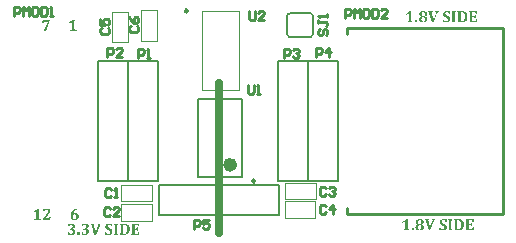
<source format=gto>
G04*
G04 #@! TF.GenerationSoftware,Altium Limited,Altium Designer,23.3.1 (30)*
G04*
G04 Layer_Color=65535*
%FSLAX44Y44*%
%MOMM*%
G71*
G04*
G04 #@! TF.SameCoordinates,7D95EF5C-A674-4E58-8619-D26F187C42BB*
G04*
G04*
G04 #@! TF.FilePolarity,Positive*
G04*
G01*
G75*
%ADD10C,0.2500*%
%ADD11C,0.2000*%
%ADD12C,0.6000*%
%ADD13C,0.1000*%
%ADD14C,0.6350*%
%ADD15C,0.2540*%
G36*
X297801Y453983D02*
Y453962D01*
Y453921D01*
X297790Y453869D01*
Y453807D01*
Y453725D01*
X297780Y453632D01*
Y453519D01*
Y453395D01*
X297770Y453261D01*
Y453106D01*
Y452941D01*
X297759Y452766D01*
Y452580D01*
Y452384D01*
Y452168D01*
Y446413D01*
Y446393D01*
Y446352D01*
Y446279D01*
X297770Y446197D01*
X297780Y446001D01*
X297790Y445898D01*
X297801Y445815D01*
Y445805D01*
X297811Y445784D01*
X297821Y445743D01*
X297842Y445702D01*
X297894Y445588D01*
X297966Y445485D01*
X297976D01*
X297986Y445465D01*
X298048Y445413D01*
X298151Y445351D01*
X298285Y445289D01*
X298296D01*
X298327Y445279D01*
X298368Y445269D01*
X298430Y445248D01*
X298512Y445228D01*
X298605Y445207D01*
X298708Y445197D01*
X298822Y445176D01*
X298842D01*
X298883Y445166D01*
X298956D01*
X299049Y445155D01*
X299172Y445145D01*
X299327Y445135D01*
X299492D01*
X299678Y445124D01*
Y444506D01*
X293748D01*
Y445124D01*
X293820D01*
X293872Y445135D01*
X294006D01*
X294171Y445145D01*
X294346Y445166D01*
X294532Y445176D01*
X294697Y445197D01*
X294769Y445207D01*
X294831Y445217D01*
X294841D01*
X294882Y445228D01*
X294944Y445248D01*
X295016Y445258D01*
X295181Y445320D01*
X295254Y445351D01*
X295326Y445393D01*
X295336Y445403D01*
X295357Y445413D01*
X295388Y445444D01*
X295429Y445475D01*
X295511Y445578D01*
X295584Y445723D01*
Y445733D01*
X295594Y445764D01*
X295614Y445815D01*
X295625Y445888D01*
X295645Y445991D01*
X295656Y446104D01*
X295666Y446249D01*
Y446413D01*
Y451384D01*
Y451394D01*
Y451436D01*
X295656Y451487D01*
Y451549D01*
X295614Y451683D01*
X295594Y451745D01*
X295553Y451797D01*
Y451807D01*
X295532Y451817D01*
X295480Y451858D01*
X295388Y451900D01*
X295326Y451920D01*
X295233D01*
X295192Y451910D01*
X295140Y451900D01*
X295068Y451879D01*
X294985Y451848D01*
X294893Y451807D01*
X294779Y451755D01*
X294769Y451745D01*
X294717Y451724D01*
X294645Y451683D01*
X294532Y451621D01*
X294387Y451528D01*
X294212Y451425D01*
X293995Y451281D01*
X293748Y451116D01*
X293335Y451838D01*
X296924Y453993D01*
X297801D01*
Y453983D01*
D02*
G37*
G36*
X277349Y453447D02*
X273534Y444506D01*
X272131D01*
Y444970D01*
X275576Y451962D01*
Y452065D01*
X272420D01*
X272348Y452054D01*
X272183Y452044D01*
X272100Y452034D01*
X272028Y452013D01*
X272018D01*
X271997Y452003D01*
X271966Y451992D01*
X271925Y451982D01*
X271822Y451931D01*
X271729Y451858D01*
X271708Y451838D01*
X271667Y451786D01*
X271605Y451693D01*
X271543Y451580D01*
Y451570D01*
X271533Y451549D01*
X271513Y451508D01*
X271502Y451456D01*
X271471Y451384D01*
X271451Y451291D01*
X271420Y451178D01*
X271389Y451054D01*
X270584D01*
X270770Y453900D01*
X277349D01*
Y453447D01*
D02*
G37*
G36*
X274744Y294111D02*
X274837D01*
X274951Y294101D01*
X275074Y294091D01*
X275332Y294050D01*
X275611Y294008D01*
X275879Y293936D01*
X276137Y293843D01*
X276147D01*
X276168Y293833D01*
X276199Y293813D01*
X276240Y293792D01*
X276353Y293730D01*
X276487Y293647D01*
X276642Y293544D01*
X276797Y293421D01*
X276931Y293276D01*
X277054Y293111D01*
X277065Y293091D01*
X277096Y293029D01*
X277147Y292936D01*
X277199Y292802D01*
X277250Y292647D01*
X277302Y292461D01*
X277333Y292255D01*
X277343Y292028D01*
Y292018D01*
Y292008D01*
Y291977D01*
Y291936D01*
X277333Y291833D01*
X277323Y291698D01*
X277292Y291544D01*
X277261Y291379D01*
X277209Y291193D01*
X277137Y291018D01*
X277127Y290997D01*
X277096Y290935D01*
X277044Y290842D01*
X276972Y290708D01*
X276879Y290554D01*
X276755Y290378D01*
X276611Y290172D01*
X276436Y289956D01*
X276425Y289945D01*
X276415Y289925D01*
X276384Y289894D01*
X276343Y289842D01*
X276281Y289780D01*
X276219Y289708D01*
X276137Y289615D01*
X276044Y289522D01*
X275930Y289399D01*
X275807Y289275D01*
X275672Y289131D01*
X275518Y288986D01*
X275353Y288811D01*
X275167Y288636D01*
X274971Y288450D01*
X274755Y288244D01*
X274744Y288234D01*
X274734Y288223D01*
X274703Y288192D01*
X274662Y288151D01*
X274569Y288058D01*
X274435Y287924D01*
X274280Y287759D01*
X274115Y287584D01*
X273940Y287398D01*
X273765Y287202D01*
Y287192D01*
X273744Y287182D01*
X273693Y287120D01*
X273610Y287017D01*
X273507Y286903D01*
X273404Y286769D01*
X273290Y286635D01*
X273177Y286501D01*
X273084Y286377D01*
Y286315D01*
X275683D01*
X275776Y286326D01*
X275992Y286346D01*
X276095Y286357D01*
X276188Y286377D01*
X276199D01*
X276229Y286388D01*
X276271Y286408D01*
X276322Y286429D01*
X276436Y286501D01*
X276539Y286604D01*
X276549Y286614D01*
X276559Y286635D01*
X276590Y286676D01*
X276621Y286728D01*
X276652Y286800D01*
X276683Y286882D01*
X276724Y286975D01*
X276755Y287089D01*
X277539D01*
X277384Y284634D01*
X271084D01*
Y285078D01*
Y285088D01*
X271094Y285109D01*
X271115Y285140D01*
X271135Y285191D01*
X271166Y285253D01*
X271207Y285325D01*
X271248Y285408D01*
X271300Y285501D01*
X271413Y285717D01*
X271558Y285965D01*
X271723Y286233D01*
X271919Y286511D01*
X271929Y286522D01*
X271940Y286542D01*
X271970Y286594D01*
X272022Y286645D01*
X272073Y286717D01*
X272135Y286810D01*
X272208Y286903D01*
X272290Y287017D01*
X272383Y287140D01*
X272486Y287274D01*
X272713Y287563D01*
X272971Y287873D01*
X273249Y288213D01*
X273259Y288223D01*
X273280Y288254D01*
X273321Y288295D01*
X273373Y288357D01*
X273435Y288429D01*
X273507Y288522D01*
X273672Y288718D01*
X273858Y288945D01*
X274043Y289193D01*
X274219Y289430D01*
X274384Y289646D01*
Y289657D01*
X274404Y289667D01*
X274425Y289698D01*
X274445Y289739D01*
X274518Y289853D01*
X274600Y289997D01*
X274693Y290162D01*
X274796Y290337D01*
X274879Y290523D01*
X274961Y290719D01*
Y290729D01*
X274971Y290739D01*
X274982Y290770D01*
X274992Y290812D01*
X275023Y290904D01*
X275064Y291038D01*
X275095Y291193D01*
X275126Y291368D01*
X275147Y291564D01*
X275157Y291760D01*
Y291771D01*
Y291791D01*
Y291833D01*
Y291884D01*
X275147Y291946D01*
X275136Y292018D01*
X275116Y292193D01*
X275074Y292379D01*
X275013Y292575D01*
X274930Y292761D01*
X274817Y292936D01*
X274806Y292957D01*
X274755Y293008D01*
X274683Y293070D01*
X274579Y293153D01*
X274445Y293235D01*
X274291Y293297D01*
X274105Y293348D01*
X273899Y293369D01*
X273847D01*
X273806Y293359D01*
X273703Y293348D01*
X273579Y293318D01*
X273435Y293276D01*
X273290Y293204D01*
X273136Y293111D01*
X272991Y292977D01*
X272971Y292957D01*
X272929Y292905D01*
X272868Y292812D01*
X272795Y292678D01*
X272703Y292513D01*
X272620Y292307D01*
X272579Y292183D01*
X272538Y292049D01*
X272496Y291915D01*
X272465Y291760D01*
X271228D01*
Y293379D01*
X271238D01*
X271269Y293390D01*
X271310Y293410D01*
X271362Y293431D01*
X271434Y293462D01*
X271517Y293493D01*
X271702Y293565D01*
X271919Y293647D01*
X272135Y293720D01*
X272342Y293792D01*
X272538Y293854D01*
X272548D01*
X272558Y293864D01*
X272620Y293874D01*
X272713Y293895D01*
X272837Y293926D01*
X272971Y293957D01*
X273136Y293998D01*
X273301Y294019D01*
X273476Y294050D01*
X273497D01*
X273559Y294060D01*
X273651Y294070D01*
X273775Y294091D01*
X273930Y294101D01*
X274095Y294111D01*
X274291Y294122D01*
X274652D01*
X274744Y294111D01*
D02*
G37*
G36*
X267567D02*
Y294091D01*
Y294050D01*
X267557Y293998D01*
Y293936D01*
Y293854D01*
X267546Y293761D01*
Y293647D01*
Y293524D01*
X267536Y293390D01*
Y293235D01*
Y293070D01*
X267526Y292895D01*
Y292709D01*
Y292513D01*
Y292297D01*
Y286542D01*
Y286522D01*
Y286480D01*
Y286408D01*
X267536Y286326D01*
X267546Y286130D01*
X267557Y286027D01*
X267567Y285944D01*
Y285934D01*
X267577Y285913D01*
X267588Y285872D01*
X267608Y285831D01*
X267660Y285717D01*
X267732Y285614D01*
X267742D01*
X267753Y285593D01*
X267815Y285542D01*
X267918Y285480D01*
X268052Y285418D01*
X268062D01*
X268093Y285408D01*
X268134Y285397D01*
X268196Y285377D01*
X268279Y285356D01*
X268371Y285336D01*
X268475Y285325D01*
X268588Y285305D01*
X268609D01*
X268650Y285294D01*
X268722D01*
X268815Y285284D01*
X268939Y285274D01*
X269093Y285264D01*
X269258D01*
X269444Y285253D01*
Y284634D01*
X263514D01*
Y285253D01*
X263586D01*
X263638Y285264D01*
X263772D01*
X263937Y285274D01*
X264112Y285294D01*
X264298Y285305D01*
X264463Y285325D01*
X264535Y285336D01*
X264597Y285346D01*
X264607D01*
X264649Y285356D01*
X264711Y285377D01*
X264783Y285387D01*
X264948Y285449D01*
X265020Y285480D01*
X265092Y285521D01*
X265102Y285532D01*
X265123Y285542D01*
X265154Y285573D01*
X265195Y285604D01*
X265278Y285707D01*
X265350Y285851D01*
Y285862D01*
X265360Y285893D01*
X265381Y285944D01*
X265391Y286016D01*
X265412Y286119D01*
X265422Y286233D01*
X265432Y286377D01*
Y286542D01*
Y291513D01*
Y291523D01*
Y291564D01*
X265422Y291616D01*
Y291678D01*
X265381Y291812D01*
X265360Y291874D01*
X265319Y291925D01*
Y291936D01*
X265298Y291946D01*
X265247Y291987D01*
X265154Y292028D01*
X265092Y292049D01*
X264999D01*
X264958Y292039D01*
X264906Y292028D01*
X264834Y292008D01*
X264752Y291977D01*
X264659Y291936D01*
X264545Y291884D01*
X264535Y291874D01*
X264484Y291853D01*
X264411Y291812D01*
X264298Y291750D01*
X264154Y291657D01*
X263978Y291554D01*
X263762Y291410D01*
X263514Y291245D01*
X263102Y291966D01*
X266690Y294122D01*
X267567D01*
Y294111D01*
D02*
G37*
G36*
X300189Y293445D02*
Y293022D01*
X300128D01*
X300045Y293012D01*
X299942Y293001D01*
X299808Y292981D01*
X299664Y292960D01*
X299499Y292929D01*
X299323Y292888D01*
X299127Y292836D01*
X298931Y292775D01*
X298725Y292703D01*
X298519Y292610D01*
X298323Y292507D01*
X298117Y292383D01*
X297931Y292238D01*
X297745Y292084D01*
X297735Y292073D01*
X297704Y292043D01*
X297663Y291991D01*
X297601Y291919D01*
X297519Y291826D01*
X297436Y291712D01*
X297343Y291578D01*
X297240Y291424D01*
X297137Y291259D01*
X297034Y291063D01*
X296931Y290857D01*
X296828Y290619D01*
X296735Y290372D01*
X296652Y290104D01*
X296570Y289825D01*
X296508Y289516D01*
X296570Y289495D01*
X296580D01*
X296590Y289516D01*
X296621Y289526D01*
X296663Y289557D01*
X296766Y289619D01*
X296910Y289702D01*
X297075Y289794D01*
X297250Y289877D01*
X297446Y289959D01*
X297653Y290032D01*
X297663D01*
X297673Y290042D01*
X297704Y290052D01*
X297745Y290063D01*
X297859Y290083D01*
X298003Y290124D01*
X298179Y290155D01*
X298385Y290176D01*
X298601Y290197D01*
X298839Y290207D01*
X298973D01*
X299045Y290197D01*
X299117Y290186D01*
X299303Y290166D01*
X299519Y290124D01*
X299746Y290063D01*
X299983Y289970D01*
X300200Y289856D01*
X300210D01*
X300221Y289836D01*
X300251Y289825D01*
X300293Y289794D01*
X300396Y289712D01*
X300520Y289609D01*
X300654Y289464D01*
X300798Y289299D01*
X300932Y289104D01*
X301056Y288877D01*
Y288866D01*
X301066Y288846D01*
X301087Y288815D01*
X301097Y288763D01*
X301128Y288701D01*
X301149Y288629D01*
X301169Y288547D01*
X301200Y288454D01*
X301252Y288248D01*
X301303Y287990D01*
X301334Y287711D01*
X301345Y287412D01*
Y287402D01*
Y287371D01*
Y287319D01*
X301334Y287257D01*
Y287175D01*
X301324Y287082D01*
X301314Y286979D01*
X301293Y286866D01*
X301252Y286618D01*
X301180Y286340D01*
X301087Y286061D01*
X300953Y285793D01*
Y285783D01*
X300932Y285762D01*
X300911Y285731D01*
X300881Y285680D01*
X300839Y285618D01*
X300788Y285556D01*
X300664Y285401D01*
X300499Y285226D01*
X300293Y285040D01*
X300045Y284865D01*
X299767Y284710D01*
X299756D01*
X299736Y284690D01*
X299684Y284679D01*
X299622Y284648D01*
X299550Y284618D01*
X299457Y284587D01*
X299344Y284556D01*
X299220Y284525D01*
X299086Y284484D01*
X298942Y284453D01*
X298777Y284422D01*
X298601Y284391D01*
X298426Y284360D01*
X298230Y284349D01*
X297807Y284329D01*
X297704D01*
X297632Y284339D01*
X297539D01*
X297426Y284349D01*
X297312Y284360D01*
X297178Y284380D01*
X296890Y284432D01*
X296580Y284504D01*
X296271Y284607D01*
X295972Y284741D01*
X295961Y284752D01*
X295941Y284762D01*
X295900Y284783D01*
X295848Y284824D01*
X295786Y284865D01*
X295714Y284917D01*
X295539Y285061D01*
X295353Y285236D01*
X295157Y285453D01*
X294972Y285711D01*
X294806Y285999D01*
Y286010D01*
X294786Y286041D01*
X294765Y286082D01*
X294745Y286144D01*
X294714Y286226D01*
X294683Y286329D01*
X294641Y286443D01*
X294611Y286567D01*
X294569Y286711D01*
X294528Y286855D01*
X294497Y287031D01*
X294466Y287206D01*
X294445Y287392D01*
X294425Y287598D01*
X294404Y288021D01*
Y288041D01*
Y288093D01*
Y288175D01*
X294415Y288289D01*
X294425Y288433D01*
X294435Y288598D01*
X294456Y288784D01*
X294487Y288990D01*
X294528Y289207D01*
X294569Y289433D01*
X294621Y289681D01*
X294683Y289928D01*
X294765Y290176D01*
X294858Y290434D01*
X294961Y290681D01*
X295075Y290929D01*
X295085Y290939D01*
X295105Y290991D01*
X295147Y291052D01*
X295198Y291145D01*
X295271Y291259D01*
X295353Y291383D01*
X295456Y291527D01*
X295570Y291682D01*
X295704Y291836D01*
X295838Y292012D01*
X296003Y292187D01*
X296168Y292352D01*
X296353Y292527D01*
X296560Y292703D01*
X296766Y292857D01*
X296993Y293012D01*
X297003Y293022D01*
X297055Y293043D01*
X297116Y293084D01*
X297209Y293136D01*
X297333Y293197D01*
X297467Y293270D01*
X297632Y293342D01*
X297818Y293424D01*
X298014Y293507D01*
X298230Y293579D01*
X298467Y293661D01*
X298715Y293734D01*
X298973Y293796D01*
X299241Y293847D01*
X299530Y293888D01*
X299818Y293919D01*
X300189Y293445D01*
D02*
G37*
G36*
X610754Y285180D02*
X610939Y285170D01*
X611135Y285160D01*
X611342Y285139D01*
X611548Y285119D01*
X611568D01*
X611599Y285108D01*
X611651D01*
X611702Y285098D01*
X611764Y285088D01*
X611919Y285067D01*
X612105Y285036D01*
X612321Y284995D01*
X612569Y284954D01*
X612826Y284892D01*
Y282901D01*
X611878D01*
Y282912D01*
X611867Y282922D01*
Y282953D01*
X611857Y282994D01*
X611826Y283087D01*
X611795Y283211D01*
X611744Y283355D01*
X611682Y283500D01*
X611620Y283644D01*
X611548Y283768D01*
X611538Y283778D01*
X611507Y283819D01*
X611465Y283881D01*
X611403Y283943D01*
X611331Y284025D01*
X611249Y284098D01*
X611146Y284170D01*
X611043Y284232D01*
X611032Y284242D01*
X610991Y284252D01*
X610919Y284283D01*
X610836Y284314D01*
X610723Y284335D01*
X610599Y284366D01*
X610444Y284376D01*
X610279Y284387D01*
X610218D01*
X610135Y284376D01*
X610042Y284366D01*
X609939Y284356D01*
X609815Y284325D01*
X609702Y284294D01*
X609578Y284242D01*
X609568Y284232D01*
X609526Y284221D01*
X609475Y284191D01*
X609403Y284139D01*
X609320Y284087D01*
X609238Y284015D01*
X609155Y283933D01*
X609083Y283840D01*
X609073Y283830D01*
X609052Y283788D01*
X609031Y283737D01*
X609001Y283654D01*
X608959Y283561D01*
X608939Y283448D01*
X608918Y283324D01*
X608908Y283180D01*
Y283159D01*
Y283118D01*
X608918Y283036D01*
X608928Y282943D01*
X608949Y282840D01*
X608970Y282726D01*
X609011Y282602D01*
X609062Y282489D01*
X609073Y282479D01*
X609093Y282437D01*
X609135Y282386D01*
X609186Y282314D01*
X609258Y282221D01*
X609341Y282128D01*
X609454Y282025D01*
X609578Y281922D01*
X609599Y281912D01*
X609650Y281870D01*
X609733Y281819D01*
X609846Y281736D01*
X610001Y281643D01*
X610187Y281530D01*
X610393Y281416D01*
X610640Y281282D01*
X610651D01*
X610681Y281262D01*
X610723Y281241D01*
X610785Y281210D01*
X610846Y281169D01*
X610929Y281128D01*
X611125Y281014D01*
X611342Y280880D01*
X611558Y280736D01*
X611775Y280581D01*
X611971Y280427D01*
X611981D01*
X611991Y280406D01*
X612053Y280354D01*
X612136Y280261D01*
X612239Y280148D01*
X612363Y280014D01*
X612476Y279859D01*
X612589Y279684D01*
X612682Y279498D01*
Y279488D01*
X612692Y279478D01*
X612703Y279447D01*
X612723Y279416D01*
X612754Y279303D01*
X612806Y279168D01*
X612847Y279003D01*
X612878Y278808D01*
X612909Y278581D01*
X612919Y278343D01*
Y278333D01*
Y278302D01*
Y278261D01*
X612909Y278199D01*
Y278127D01*
X612899Y278044D01*
X612888Y277952D01*
X612868Y277838D01*
X612826Y277611D01*
X612754Y277364D01*
X612662Y277116D01*
X612528Y276869D01*
Y276858D01*
X612507Y276838D01*
X612486Y276807D01*
X612455Y276766D01*
X612363Y276652D01*
X612239Y276518D01*
X612074Y276363D01*
X611878Y276209D01*
X611651Y276054D01*
X611383Y275920D01*
X611372D01*
X611352Y275910D01*
X611311Y275889D01*
X611249Y275868D01*
X611176Y275848D01*
X611094Y275817D01*
X611001Y275786D01*
X610888Y275765D01*
X610764Y275734D01*
X610630Y275703D01*
X610341Y275652D01*
X610011Y275611D01*
X609650Y275600D01*
X609393D01*
X609300Y275611D01*
X609207D01*
X608980Y275621D01*
X608732Y275631D01*
X608464Y275652D01*
X608186Y275672D01*
X608155D01*
X608114Y275683D01*
X608062D01*
X607990Y275693D01*
X607918Y275703D01*
X607722Y275724D01*
X607505Y275755D01*
X607268Y275796D01*
X607021Y275848D01*
X606763Y275899D01*
Y278013D01*
X607712D01*
Y278003D01*
X607722Y277983D01*
X607732Y277931D01*
X607743Y277879D01*
X607763Y277817D01*
X607784Y277735D01*
X607846Y277560D01*
X607918Y277364D01*
X608021Y277157D01*
X608134Y276961D01*
X608279Y276797D01*
X608299Y276776D01*
X608351Y276735D01*
X608444Y276673D01*
X608578Y276601D01*
X608743Y276518D01*
X608949Y276456D01*
X609186Y276415D01*
X609465Y276394D01*
X609537D01*
X609609Y276405D01*
X609702Y276415D01*
X609815Y276425D01*
X609939Y276456D01*
X610063Y276487D01*
X610187Y276528D01*
X610197Y276539D01*
X610238Y276559D01*
X610300Y276590D01*
X610372Y276632D01*
X610465Y276693D01*
X610547Y276776D01*
X610630Y276869D01*
X610713Y276972D01*
X610723Y276982D01*
X610743Y277023D01*
X610774Y277096D01*
X610816Y277188D01*
X610846Y277292D01*
X610877Y277426D01*
X610898Y277570D01*
X610908Y277735D01*
Y277756D01*
Y277807D01*
X610898Y277890D01*
X610888Y277993D01*
X610867Y278106D01*
X610836Y278230D01*
X610795Y278354D01*
X610743Y278477D01*
X610733Y278488D01*
X610713Y278529D01*
X610671Y278591D01*
X610620Y278663D01*
X610547Y278756D01*
X610465Y278859D01*
X610362Y278962D01*
X610238Y279065D01*
X610218Y279076D01*
X610176Y279117D01*
X610094Y279179D01*
X609980Y279251D01*
X609846Y279344D01*
X609681Y279447D01*
X609485Y279560D01*
X609258Y279674D01*
X609248D01*
X609238Y279684D01*
X609207Y279705D01*
X609166Y279725D01*
X609062Y279777D01*
X608939Y279849D01*
X608784Y279932D01*
X608619Y280024D01*
X608289Y280231D01*
X608268Y280241D01*
X608217Y280282D01*
X608134Y280344D01*
X608031Y280416D01*
X607918Y280509D01*
X607794Y280623D01*
X607670Y280736D01*
X607547Y280860D01*
X607536Y280880D01*
X607495Y280921D01*
X607443Y280994D01*
X607371Y281087D01*
X607299Y281200D01*
X607217Y281334D01*
X607144Y281468D01*
X607072Y281623D01*
X607062Y281643D01*
X607052Y281695D01*
X607021Y281777D01*
X606990Y281891D01*
X606959Y282035D01*
X606938Y282190D01*
X606917Y282365D01*
X606907Y282551D01*
Y282561D01*
Y282592D01*
Y282633D01*
X606917Y282695D01*
Y282767D01*
X606928Y282850D01*
X606959Y283046D01*
X607010Y283273D01*
X607082Y283510D01*
X607186Y283757D01*
X607330Y283984D01*
X607340Y283995D01*
X607351Y284015D01*
X607371Y284046D01*
X607412Y284087D01*
X607505Y284191D01*
X607639Y284325D01*
X607815Y284469D01*
X608021Y284613D01*
X608268Y284758D01*
X608547Y284881D01*
X608557D01*
X608588Y284892D01*
X608629Y284912D01*
X608691Y284933D01*
X608763Y284954D01*
X608856Y284985D01*
X608959Y285005D01*
X609073Y285036D01*
X609207Y285067D01*
X609341Y285098D01*
X609496Y285119D01*
X609661Y285139D01*
X610001Y285180D01*
X610382Y285191D01*
X610609D01*
X610754Y285180D01*
D02*
G37*
G36*
X635730Y282891D02*
X634782D01*
Y282901D01*
X634771Y282922D01*
X634761Y282953D01*
X634740Y282994D01*
X634699Y283108D01*
X634647Y283252D01*
X634586Y283396D01*
X634524Y283541D01*
X634462Y283675D01*
X634400Y283778D01*
X634390Y283788D01*
X634369Y283819D01*
X634338Y283860D01*
X634297Y283912D01*
X634235Y283964D01*
X634173Y284025D01*
X634019Y284139D01*
X634008Y284149D01*
X633977Y284160D01*
X633926Y284180D01*
X633843Y284211D01*
X633740Y284232D01*
X633616Y284252D01*
X633462Y284263D01*
X633276Y284273D01*
X631770D01*
Y280973D01*
X632781D01*
X632853Y280983D01*
X633008Y281004D01*
X633080Y281025D01*
X633152Y281056D01*
X633163D01*
X633183Y281076D01*
X633214Y281097D01*
X633255Y281128D01*
X633348Y281221D01*
X633441Y281344D01*
X633451Y281355D01*
X633462Y281386D01*
X633482Y281427D01*
X633513Y281499D01*
X633544Y281581D01*
X633585Y281695D01*
X633616Y281819D01*
X633658Y281963D01*
X634431D01*
Y279179D01*
X633658D01*
Y279199D01*
X633637Y279241D01*
X633627Y279313D01*
X633596Y279406D01*
X633523Y279601D01*
X633482Y279694D01*
X633441Y279777D01*
Y279787D01*
X633420Y279808D01*
X633400Y279849D01*
X633369Y279901D01*
X633276Y279993D01*
X633224Y280035D01*
X633163Y280076D01*
X633152D01*
X633132Y280086D01*
X633101Y280107D01*
X633049Y280128D01*
X632977Y280138D01*
X632894Y280158D01*
X632791Y280169D01*
X631770D01*
Y276497D01*
X633410D01*
X633534Y276508D01*
X633668Y276528D01*
X633678D01*
X633699Y276539D01*
X633730D01*
X633771Y276549D01*
X633864Y276590D01*
X633967Y276632D01*
X633977D01*
X633988Y276642D01*
X634049Y276693D01*
X634132Y276755D01*
X634214Y276838D01*
X634225Y276848D01*
X634235Y276858D01*
X634287Y276920D01*
X634359Y277013D01*
X634431Y277127D01*
Y277137D01*
X634452Y277157D01*
X634462Y277188D01*
X634493Y277240D01*
X634524Y277292D01*
X634555Y277364D01*
X634627Y277529D01*
Y277539D01*
X634647Y277570D01*
X634668Y277632D01*
X634699Y277704D01*
X634730Y277807D01*
X634771Y277921D01*
X634813Y278055D01*
X634854Y278209D01*
X635792D01*
X635668Y275703D01*
X628904D01*
Y276147D01*
X628914D01*
X628945Y276157D01*
X628996Y276178D01*
X629048Y276188D01*
X629182Y276240D01*
X629244Y276260D01*
X629306Y276291D01*
X629316D01*
X629326Y276312D01*
X629388Y276353D01*
X629471Y276425D01*
X629533Y276518D01*
Y276528D01*
X629543Y276549D01*
X629553Y276580D01*
X629574Y276621D01*
X629605Y276735D01*
X629625Y276879D01*
Y276889D01*
Y276920D01*
X629636Y276961D01*
Y277034D01*
Y277106D01*
X629646Y277199D01*
Y277312D01*
Y277426D01*
Y283345D01*
Y283355D01*
Y283396D01*
Y283458D01*
Y283541D01*
X629636Y283716D01*
Y283809D01*
X629625Y283892D01*
Y283902D01*
Y283933D01*
X629615Y283964D01*
X629605Y284015D01*
X629574Y284129D01*
X629533Y284242D01*
Y284252D01*
X629522Y284263D01*
X629481Y284325D01*
X629409Y284397D01*
X629316Y284469D01*
X629306D01*
X629285Y284490D01*
X629254Y284500D01*
X629213Y284520D01*
X629151Y284552D01*
X629079Y284572D01*
X628996Y284603D01*
X628904Y284624D01*
Y285077D01*
X635730D01*
Y282891D01*
D02*
G37*
G36*
X603143Y284624D02*
X603133D01*
X603102Y284613D01*
X603050Y284603D01*
X602989Y284593D01*
X602844Y284541D01*
X602689Y284459D01*
X602679Y284448D01*
X602659Y284438D01*
X602627Y284407D01*
X602586Y284366D01*
X602535Y284314D01*
X602473Y284252D01*
X602421Y284180D01*
X602359Y284098D01*
X602349Y284087D01*
X602339Y284056D01*
X602308Y283995D01*
X602267Y283912D01*
X602215Y283809D01*
X602153Y283675D01*
X602091Y283510D01*
X602019Y283324D01*
X599142Y275662D01*
X597554D01*
X595285Y283345D01*
Y283355D01*
X595275Y283365D01*
X595265Y283427D01*
X595234Y283520D01*
X595192Y283634D01*
X595110Y283871D01*
X595069Y283984D01*
X595027Y284077D01*
Y284087D01*
X595007Y284118D01*
X594986Y284149D01*
X594955Y284201D01*
X594873Y284314D01*
X594759Y284428D01*
X594749Y284438D01*
X594728Y284448D01*
X594687Y284469D01*
X594646Y284500D01*
X594574Y284531D01*
X594501Y284572D01*
X594409Y284593D01*
X594305Y284624D01*
Y285077D01*
X598100D01*
Y284624D01*
X598080D01*
X598038Y284613D01*
X597977Y284603D01*
X597894Y284582D01*
X597719Y284520D01*
X597636Y284479D01*
X597564Y284428D01*
X597554Y284417D01*
X597543Y284397D01*
X597513Y284366D01*
X597482Y284314D01*
X597451Y284252D01*
X597430Y284180D01*
X597410Y284087D01*
X597399Y283984D01*
Y283974D01*
Y283943D01*
Y283902D01*
X597410Y283840D01*
X597420Y283706D01*
X597440Y283541D01*
Y283531D01*
X597451Y283500D01*
X597461Y283448D01*
X597482Y283376D01*
X597502Y283273D01*
X597533Y283159D01*
X597575Y283015D01*
X597616Y282850D01*
X598977Y277910D01*
X600668Y282829D01*
Y282840D01*
X600689Y282881D01*
X600709Y282932D01*
X600730Y283005D01*
X600751Y283087D01*
X600782Y283180D01*
X600833Y283365D01*
Y283376D01*
X600844Y283407D01*
X600854Y283458D01*
X600864Y283531D01*
X600874Y283613D01*
X600885Y283706D01*
X600895Y283902D01*
Y283912D01*
Y283953D01*
X600885Y284015D01*
X600874Y284098D01*
X600854Y284180D01*
X600823Y284263D01*
X600782Y284345D01*
X600720Y284417D01*
X600709Y284428D01*
X600689Y284448D01*
X600648Y284479D01*
X600586Y284510D01*
X600513Y284552D01*
X600421Y284582D01*
X600307Y284613D01*
X600173Y284624D01*
Y285077D01*
X603143D01*
Y284624D01*
D02*
G37*
G36*
X622964Y285067D02*
X623087D01*
X623232Y285057D01*
X623531Y285036D01*
X623851Y285005D01*
X624180Y284964D01*
X624479Y284902D01*
X624490D01*
X624510Y284892D01*
X624552Y284881D01*
X624614Y284871D01*
X624675Y284851D01*
X624758Y284830D01*
X624944Y284768D01*
X625150Y284685D01*
X625387Y284593D01*
X625624Y284469D01*
X625851Y284335D01*
X625861D01*
X625882Y284314D01*
X625913Y284294D01*
X625954Y284263D01*
X626057Y284191D01*
X626191Y284077D01*
X626346Y283943D01*
X626511Y283788D01*
X626666Y283613D01*
X626810Y283417D01*
Y283407D01*
X626831Y283396D01*
X626841Y283365D01*
X626872Y283324D01*
X626903Y283273D01*
X626934Y283211D01*
X627016Y283067D01*
X627109Y282881D01*
X627202Y282675D01*
X627285Y282437D01*
X627357Y282180D01*
Y282169D01*
X627367Y282149D01*
X627377Y282107D01*
X627388Y282056D01*
X627398Y281994D01*
X627419Y281912D01*
X627429Y281819D01*
X627449Y281716D01*
X627470Y281602D01*
X627480Y281489D01*
X627511Y281210D01*
X627532Y280911D01*
X627542Y280592D01*
Y280581D01*
Y280540D01*
Y280488D01*
Y280406D01*
X627532Y280313D01*
Y280210D01*
X627522Y280086D01*
X627511Y279952D01*
X627480Y279653D01*
X627429Y279323D01*
X627367Y278993D01*
X627285Y278663D01*
Y278653D01*
X627274Y278622D01*
X627254Y278581D01*
X627243Y278519D01*
X627212Y278447D01*
X627181Y278364D01*
X627099Y278168D01*
X626996Y277941D01*
X626862Y277694D01*
X626707Y277446D01*
X626532Y277209D01*
Y277199D01*
X626511Y277188D01*
X626490Y277157D01*
X626449Y277116D01*
X626356Y277013D01*
X626233Y276889D01*
X626068Y276755D01*
X625882Y276601D01*
X625676Y276456D01*
X625439Y276312D01*
X625428D01*
X625408Y276302D01*
X625377Y276281D01*
X625325Y276260D01*
X625263Y276229D01*
X625191Y276198D01*
X625109Y276157D01*
X625005Y276126D01*
X624789Y276044D01*
X624531Y275961D01*
X624253Y275889D01*
X623943Y275827D01*
X623912D01*
X623871Y275817D01*
X623809Y275807D01*
X623737Y275796D01*
X623655Y275786D01*
X623551Y275776D01*
X623438Y275765D01*
X623314Y275755D01*
X623170Y275745D01*
X623026Y275734D01*
X622860Y275724D01*
X622685Y275714D01*
X622500D01*
X622108Y275703D01*
X618983D01*
Y276147D01*
X618993D01*
X619024Y276157D01*
X619076Y276178D01*
X619127Y276188D01*
X619261Y276240D01*
X619323Y276260D01*
X619385Y276291D01*
X619395D01*
X619406Y276312D01*
X619468Y276353D01*
X619550Y276425D01*
X619612Y276518D01*
Y276528D01*
X619622Y276549D01*
X619633Y276580D01*
X619653Y276621D01*
X619684Y276735D01*
X619705Y276879D01*
Y276889D01*
Y276920D01*
X619715Y276961D01*
Y277034D01*
Y277106D01*
X619725Y277199D01*
Y277312D01*
Y277426D01*
Y283345D01*
Y283355D01*
Y283396D01*
Y283458D01*
Y283541D01*
X619715Y283716D01*
Y283809D01*
X619705Y283892D01*
Y283902D01*
Y283933D01*
X619695Y283964D01*
X619684Y284015D01*
X619653Y284129D01*
X619612Y284242D01*
Y284252D01*
X619602Y284263D01*
X619561Y284325D01*
X619488Y284397D01*
X619395Y284469D01*
X619385D01*
X619365Y284490D01*
X619334Y284500D01*
X619292Y284520D01*
X619230Y284552D01*
X619158Y284572D01*
X619076Y284603D01*
X618983Y284624D01*
Y285077D01*
X622850D01*
X622964Y285067D01*
D02*
G37*
G36*
X617673Y284624D02*
X617663D01*
X617632Y284613D01*
X617580Y284593D01*
X617519Y284572D01*
X617385Y284520D01*
X617312Y284490D01*
X617261Y284459D01*
X617251D01*
X617240Y284448D01*
X617189Y284407D01*
X617117Y284335D01*
X617055Y284252D01*
Y284242D01*
X617044Y284232D01*
X617034Y284201D01*
X617024Y284170D01*
X616993Y284067D01*
X616962Y283933D01*
Y283922D01*
Y283892D01*
X616951Y283850D01*
Y283788D01*
X616941Y283706D01*
Y283603D01*
X616931Y283479D01*
Y283345D01*
Y277426D01*
Y277415D01*
Y277384D01*
Y277333D01*
Y277281D01*
Y277127D01*
X616941Y276972D01*
Y276961D01*
Y276941D01*
X616951Y276900D01*
X616962Y276848D01*
X616972Y276745D01*
X617003Y276632D01*
Y276621D01*
X617013Y276611D01*
X617034Y276559D01*
X617065Y276487D01*
X617117Y276415D01*
X617127Y276405D01*
X617178Y276363D01*
X617240Y276312D01*
X617333Y276260D01*
X617343D01*
X617364Y276250D01*
X617385Y276240D01*
X617426Y276219D01*
X617539Y276188D01*
X617673Y276147D01*
Y275703D01*
X614064D01*
Y276147D01*
X614074D01*
X614105Y276157D01*
X614157Y276178D01*
X614208Y276188D01*
X614342Y276240D01*
X614404Y276260D01*
X614466Y276291D01*
X614477D01*
X614487Y276312D01*
X614549Y276353D01*
X614631Y276425D01*
X614693Y276518D01*
Y276528D01*
X614703Y276549D01*
X614714Y276580D01*
X614734Y276621D01*
X614765Y276735D01*
X614786Y276879D01*
Y276889D01*
Y276920D01*
X614796Y276961D01*
Y277034D01*
Y277106D01*
X614807Y277199D01*
Y277312D01*
Y277426D01*
Y283355D01*
Y283365D01*
Y283407D01*
Y283469D01*
Y283551D01*
X614796Y283716D01*
Y283809D01*
X614786Y283892D01*
Y283902D01*
Y283933D01*
X614776Y283964D01*
X614765Y284015D01*
X614734Y284139D01*
X614693Y284252D01*
Y284263D01*
X614683Y284273D01*
X614641Y284335D01*
X614569Y284407D01*
X614477Y284479D01*
X614466D01*
X614446Y284490D01*
X614415Y284510D01*
X614373Y284531D01*
X614311Y284552D01*
X614239Y284572D01*
X614157Y284603D01*
X614064Y284624D01*
Y285077D01*
X617673D01*
Y284624D01*
D02*
G37*
G36*
X585107Y275703D02*
X583261D01*
Y277776D01*
X585107D01*
Y275703D01*
D02*
G37*
G36*
X579775Y285180D02*
Y285160D01*
Y285119D01*
X579765Y285067D01*
Y285005D01*
Y284923D01*
X579755Y284830D01*
Y284716D01*
Y284593D01*
X579744Y284459D01*
Y284304D01*
Y284139D01*
X579734Y283964D01*
Y283778D01*
Y283582D01*
Y283365D01*
Y277611D01*
Y277591D01*
Y277549D01*
Y277477D01*
X579744Y277395D01*
X579755Y277199D01*
X579765Y277096D01*
X579775Y277013D01*
Y277003D01*
X579786Y276982D01*
X579796Y276941D01*
X579817Y276900D01*
X579868Y276786D01*
X579940Y276683D01*
X579951D01*
X579961Y276663D01*
X580023Y276611D01*
X580126Y276549D01*
X580260Y276487D01*
X580270D01*
X580301Y276477D01*
X580342Y276467D01*
X580404Y276446D01*
X580487Y276425D01*
X580580Y276405D01*
X580683Y276394D01*
X580796Y276374D01*
X580817D01*
X580858Y276363D01*
X580930D01*
X581023Y276353D01*
X581147Y276343D01*
X581301Y276332D01*
X581466D01*
X581652Y276322D01*
Y275703D01*
X575723D01*
Y276322D01*
X575795D01*
X575846Y276332D01*
X575980D01*
X576145Y276343D01*
X576321Y276363D01*
X576506Y276374D01*
X576671Y276394D01*
X576743Y276405D01*
X576805Y276415D01*
X576816D01*
X576857Y276425D01*
X576919Y276446D01*
X576991Y276456D01*
X577156Y276518D01*
X577228Y276549D01*
X577300Y276590D01*
X577311Y276601D01*
X577331Y276611D01*
X577362Y276642D01*
X577403Y276673D01*
X577486Y276776D01*
X577558Y276920D01*
Y276931D01*
X577568Y276961D01*
X577589Y277013D01*
X577599Y277085D01*
X577620Y277188D01*
X577630Y277302D01*
X577641Y277446D01*
Y277611D01*
Y282582D01*
Y282592D01*
Y282633D01*
X577630Y282685D01*
Y282747D01*
X577589Y282881D01*
X577568Y282943D01*
X577527Y282994D01*
Y283005D01*
X577506Y283015D01*
X577455Y283056D01*
X577362Y283097D01*
X577300Y283118D01*
X577207D01*
X577166Y283108D01*
X577115Y283097D01*
X577043Y283077D01*
X576960Y283046D01*
X576867Y283005D01*
X576754Y282953D01*
X576743Y282943D01*
X576692Y282922D01*
X576620Y282881D01*
X576506Y282819D01*
X576362Y282726D01*
X576187Y282623D01*
X575970Y282479D01*
X575723Y282314D01*
X575310Y283036D01*
X578899Y285191D01*
X579775D01*
Y285180D01*
D02*
G37*
G36*
X590345D02*
X590480Y285170D01*
X590644Y285160D01*
X590820Y285139D01*
X591006Y285119D01*
X591418Y285036D01*
X591624Y284995D01*
X591830Y284933D01*
X592037Y284861D01*
X592233Y284778D01*
X592418Y284685D01*
X592583Y284572D01*
X592594Y284562D01*
X592625Y284541D01*
X592666Y284510D01*
X592717Y284459D01*
X592779Y284397D01*
X592851Y284325D01*
X592934Y284232D01*
X593016Y284129D01*
X593089Y284015D01*
X593171Y283881D01*
X593243Y283747D01*
X593305Y283592D01*
X593357Y283427D01*
X593398Y283242D01*
X593429Y283056D01*
X593439Y282850D01*
Y282840D01*
Y282819D01*
Y282778D01*
X593429Y282726D01*
Y282664D01*
X593419Y282582D01*
X593388Y282407D01*
X593346Y282211D01*
X593274Y281994D01*
X593181Y281767D01*
X593047Y281551D01*
Y281540D01*
X593027Y281530D01*
X593006Y281499D01*
X592975Y281458D01*
X592882Y281355D01*
X592759Y281231D01*
X592594Y281087D01*
X592398Y280942D01*
X592160Y280787D01*
X591882Y280653D01*
X591892Y280561D01*
X591903D01*
X591923Y280550D01*
X591964Y280530D01*
X592026Y280499D01*
X592088Y280468D01*
X592171Y280437D01*
X592346Y280334D01*
X592532Y280210D01*
X592738Y280055D01*
X592934Y279870D01*
X593099Y279663D01*
Y279653D01*
X593120Y279632D01*
X593140Y279601D01*
X593161Y279560D01*
X593192Y279509D01*
X593233Y279436D01*
X593264Y279364D01*
X593305Y279272D01*
X593377Y279065D01*
X593450Y278828D01*
X593491Y278570D01*
X593511Y278271D01*
Y278261D01*
Y278240D01*
Y278189D01*
X593501Y278137D01*
Y278065D01*
X593491Y277983D01*
X593460Y277797D01*
X593408Y277570D01*
X593326Y277333D01*
X593223Y277096D01*
X593078Y276858D01*
Y276848D01*
X593058Y276828D01*
X593037Y276797D01*
X592996Y276755D01*
X592903Y276652D01*
X592759Y276518D01*
X592583Y276363D01*
X592367Y276209D01*
X592119Y276054D01*
X591830Y275920D01*
X591820D01*
X591789Y275910D01*
X591748Y275889D01*
X591686Y275868D01*
X591604Y275848D01*
X591511Y275817D01*
X591408Y275786D01*
X591284Y275755D01*
X591150Y275724D01*
X591006Y275693D01*
X590851Y275662D01*
X590686Y275642D01*
X590314Y275600D01*
X589923Y275590D01*
X589747D01*
X589655Y275600D01*
X589551Y275611D01*
X589438D01*
X589304Y275631D01*
X589025Y275662D01*
X588716Y275714D01*
X588407Y275786D01*
X588108Y275889D01*
X588097D01*
X588077Y275899D01*
X588036Y275920D01*
X587984Y275941D01*
X587912Y275972D01*
X587840Y276013D01*
X587664Y276116D01*
X587479Y276240D01*
X587272Y276394D01*
X587076Y276570D01*
X586901Y276776D01*
Y276786D01*
X586880Y276807D01*
X586860Y276838D01*
X586839Y276879D01*
X586808Y276941D01*
X586767Y277003D01*
X586726Y277085D01*
X586695Y277168D01*
X586612Y277374D01*
X586540Y277611D01*
X586499Y277879D01*
X586478Y278168D01*
Y278178D01*
Y278199D01*
Y278220D01*
Y278261D01*
X586489Y278374D01*
X586509Y278508D01*
X586530Y278673D01*
X586571Y278838D01*
X586623Y279014D01*
X586695Y279189D01*
Y279199D01*
X586705Y279210D01*
X586736Y279261D01*
X586777Y279344D01*
X586850Y279447D01*
X586932Y279571D01*
X587025Y279694D01*
X587138Y279818D01*
X587262Y279932D01*
X587283Y279942D01*
X587324Y279983D01*
X587406Y280035D01*
X587510Y280107D01*
X587633Y280189D01*
X587778Y280282D01*
X587943Y280375D01*
X588128Y280457D01*
X588108Y280540D01*
X588087Y280550D01*
X588046Y280571D01*
X587963Y280612D01*
X587870Y280664D01*
X587757Y280736D01*
X587633Y280829D01*
X587489Y280942D01*
X587355Y281066D01*
X587211Y281210D01*
X587076Y281365D01*
X586942Y281551D01*
X586829Y281747D01*
X586736Y281963D01*
X586654Y282200D01*
X586612Y282458D01*
X586592Y282736D01*
Y282747D01*
Y282767D01*
Y282809D01*
X586602Y282860D01*
Y282912D01*
X586612Y282984D01*
X586643Y283159D01*
X586695Y283355D01*
X586777Y283561D01*
X586880Y283778D01*
X587025Y283995D01*
X587035Y284005D01*
X587046Y284015D01*
X587076Y284046D01*
X587107Y284087D01*
X587211Y284191D01*
X587345Y284314D01*
X587520Y284459D01*
X587736Y284603D01*
X587984Y284747D01*
X588273Y284871D01*
X588283D01*
X588314Y284881D01*
X588355Y284902D01*
X588417Y284923D01*
X588489Y284943D01*
X588582Y284974D01*
X588685Y285005D01*
X588799Y285036D01*
X588922Y285057D01*
X589067Y285088D01*
X589366Y285139D01*
X589706Y285180D01*
X590067Y285191D01*
X590232D01*
X590345Y285180D01*
D02*
G37*
G36*
X327760Y281360D02*
X327946Y281350D01*
X328142Y281340D01*
X328348Y281319D01*
X328554Y281298D01*
X328575D01*
X328606Y281288D01*
X328657D01*
X328709Y281278D01*
X328771Y281267D01*
X328926Y281247D01*
X329111Y281216D01*
X329328Y281175D01*
X329575Y281133D01*
X329833Y281071D01*
Y279081D01*
X328884D01*
Y279091D01*
X328874Y279102D01*
Y279133D01*
X328864Y279174D01*
X328833Y279267D01*
X328802Y279391D01*
X328750Y279535D01*
X328688Y279679D01*
X328627Y279824D01*
X328554Y279947D01*
X328544Y279958D01*
X328513Y279999D01*
X328472Y280061D01*
X328410Y280123D01*
X328338Y280205D01*
X328255Y280277D01*
X328152Y280350D01*
X328049Y280411D01*
X328039Y280422D01*
X327998Y280432D01*
X327925Y280463D01*
X327843Y280494D01*
X327729Y280515D01*
X327606Y280546D01*
X327451Y280556D01*
X327286Y280566D01*
X327224D01*
X327141Y280556D01*
X327049Y280546D01*
X326946Y280535D01*
X326822Y280504D01*
X326708Y280473D01*
X326585Y280422D01*
X326574Y280411D01*
X326533Y280401D01*
X326482Y280370D01*
X326409Y280319D01*
X326327Y280267D01*
X326244Y280195D01*
X326162Y280112D01*
X326090Y280020D01*
X326079Y280009D01*
X326059Y279968D01*
X326038Y279916D01*
X326007Y279834D01*
X325966Y279741D01*
X325945Y279628D01*
X325925Y279504D01*
X325914Y279360D01*
Y279339D01*
Y279298D01*
X325925Y279215D01*
X325935Y279122D01*
X325956Y279019D01*
X325976Y278906D01*
X326017Y278782D01*
X326069Y278669D01*
X326079Y278658D01*
X326100Y278617D01*
X326141Y278566D01*
X326193Y278493D01*
X326265Y278401D01*
X326348Y278308D01*
X326461Y278205D01*
X326585Y278102D01*
X326605Y278091D01*
X326657Y278050D01*
X326739Y277998D01*
X326853Y277916D01*
X327007Y277823D01*
X327193Y277710D01*
X327399Y277596D01*
X327647Y277462D01*
X327657D01*
X327688Y277442D01*
X327729Y277421D01*
X327791Y277390D01*
X327853Y277349D01*
X327936Y277307D01*
X328131Y277194D01*
X328348Y277060D01*
X328565Y276916D01*
X328781Y276761D01*
X328977Y276606D01*
X328988D01*
X328998Y276586D01*
X329060Y276534D01*
X329142Y276441D01*
X329245Y276328D01*
X329369Y276194D01*
X329482Y276039D01*
X329596Y275864D01*
X329689Y275678D01*
Y275668D01*
X329699Y275658D01*
X329709Y275627D01*
X329730Y275596D01*
X329761Y275482D01*
X329812Y275348D01*
X329854Y275183D01*
X329885Y274987D01*
X329916Y274760D01*
X329926Y274523D01*
Y274513D01*
Y274482D01*
Y274441D01*
X329916Y274379D01*
Y274307D01*
X329905Y274224D01*
X329895Y274131D01*
X329874Y274018D01*
X329833Y273791D01*
X329761Y273543D01*
X329668Y273296D01*
X329534Y273048D01*
Y273038D01*
X329513Y273018D01*
X329493Y272987D01*
X329462Y272945D01*
X329369Y272832D01*
X329245Y272698D01*
X329080Y272543D01*
X328884Y272388D01*
X328657Y272234D01*
X328389Y272100D01*
X328379D01*
X328358Y272089D01*
X328317Y272069D01*
X328255Y272048D01*
X328183Y272027D01*
X328101Y271997D01*
X328008Y271966D01*
X327894Y271945D01*
X327771Y271914D01*
X327636Y271883D01*
X327348Y271832D01*
X327018Y271790D01*
X326657Y271780D01*
X326399D01*
X326306Y271790D01*
X326213D01*
X325987Y271801D01*
X325739Y271811D01*
X325471Y271832D01*
X325192Y271852D01*
X325162D01*
X325120Y271863D01*
X325069D01*
X324997Y271873D01*
X324924Y271883D01*
X324728Y271904D01*
X324512Y271935D01*
X324275Y271976D01*
X324027Y272027D01*
X323769Y272079D01*
Y274193D01*
X324718D01*
Y274183D01*
X324728Y274162D01*
X324739Y274111D01*
X324749Y274059D01*
X324770Y273997D01*
X324790Y273915D01*
X324852Y273739D01*
X324924Y273543D01*
X325028Y273337D01*
X325141Y273141D01*
X325285Y272976D01*
X325306Y272956D01*
X325358Y272914D01*
X325450Y272852D01*
X325584Y272780D01*
X325749Y272698D01*
X325956Y272636D01*
X326193Y272595D01*
X326471Y272574D01*
X326543D01*
X326616Y272584D01*
X326708Y272595D01*
X326822Y272605D01*
X326946Y272636D01*
X327069Y272667D01*
X327193Y272708D01*
X327203Y272718D01*
X327245Y272739D01*
X327307Y272770D01*
X327379Y272811D01*
X327472Y272873D01*
X327554Y272956D01*
X327636Y273048D01*
X327719Y273151D01*
X327729Y273162D01*
X327750Y273203D01*
X327781Y273275D01*
X327822Y273368D01*
X327853Y273471D01*
X327884Y273605D01*
X327905Y273750D01*
X327915Y273915D01*
Y273935D01*
Y273987D01*
X327905Y274069D01*
X327894Y274172D01*
X327874Y274286D01*
X327843Y274410D01*
X327802Y274533D01*
X327750Y274657D01*
X327740Y274667D01*
X327719Y274709D01*
X327678Y274771D01*
X327626Y274843D01*
X327554Y274936D01*
X327472Y275039D01*
X327368Y275142D01*
X327245Y275245D01*
X327224Y275255D01*
X327183Y275296D01*
X327100Y275358D01*
X326987Y275431D01*
X326853Y275523D01*
X326688Y275627D01*
X326492Y275740D01*
X326265Y275853D01*
X326255D01*
X326244Y275864D01*
X326213Y275884D01*
X326172Y275905D01*
X326069Y275956D01*
X325945Y276029D01*
X325791Y276111D01*
X325626Y276204D01*
X325296Y276410D01*
X325275Y276421D01*
X325223Y276462D01*
X325141Y276524D01*
X325038Y276596D01*
X324924Y276689D01*
X324801Y276802D01*
X324677Y276916D01*
X324553Y277039D01*
X324543Y277060D01*
X324502Y277101D01*
X324450Y277173D01*
X324378Y277266D01*
X324306Y277380D01*
X324223Y277514D01*
X324151Y277648D01*
X324079Y277802D01*
X324068Y277823D01*
X324058Y277875D01*
X324027Y277957D01*
X323996Y278071D01*
X323965Y278215D01*
X323945Y278370D01*
X323924Y278545D01*
X323914Y278731D01*
Y278741D01*
Y278772D01*
Y278813D01*
X323924Y278875D01*
Y278947D01*
X323934Y279030D01*
X323965Y279226D01*
X324017Y279452D01*
X324089Y279690D01*
X324192Y279937D01*
X324337Y280164D01*
X324347Y280174D01*
X324357Y280195D01*
X324378Y280226D01*
X324419Y280267D01*
X324512Y280370D01*
X324646Y280504D01*
X324821Y280649D01*
X325028Y280793D01*
X325275Y280937D01*
X325553Y281061D01*
X325564D01*
X325595Y281071D01*
X325636Y281092D01*
X325698Y281113D01*
X325770Y281133D01*
X325863Y281164D01*
X325966Y281185D01*
X326079Y281216D01*
X326213Y281247D01*
X326348Y281278D01*
X326502Y281298D01*
X326667Y281319D01*
X327007Y281360D01*
X327389Y281371D01*
X327616D01*
X327760Y281360D01*
D02*
G37*
G36*
X352737Y279071D02*
X351788D01*
Y279081D01*
X351778Y279102D01*
X351768Y279133D01*
X351747Y279174D01*
X351706Y279287D01*
X351654Y279432D01*
X351592Y279576D01*
X351530Y279720D01*
X351469Y279855D01*
X351407Y279958D01*
X351396Y279968D01*
X351376Y279999D01*
X351345Y280040D01*
X351303Y280092D01*
X351242Y280143D01*
X351180Y280205D01*
X351025Y280319D01*
X351015Y280329D01*
X350984Y280339D01*
X350932Y280360D01*
X350850Y280391D01*
X350747Y280411D01*
X350623Y280432D01*
X350468Y280442D01*
X350283Y280453D01*
X348777D01*
Y277153D01*
X349788D01*
X349860Y277163D01*
X350014Y277184D01*
X350087Y277204D01*
X350159Y277235D01*
X350169D01*
X350190Y277256D01*
X350221Y277276D01*
X350262Y277307D01*
X350355Y277400D01*
X350448Y277524D01*
X350458Y277534D01*
X350468Y277565D01*
X350489Y277607D01*
X350520Y277679D01*
X350551Y277761D01*
X350592Y277875D01*
X350623Y277998D01*
X350664Y278143D01*
X351437D01*
Y275358D01*
X350664D01*
Y275379D01*
X350644Y275420D01*
X350633Y275492D01*
X350602Y275585D01*
X350530Y275781D01*
X350489Y275874D01*
X350448Y275956D01*
Y275967D01*
X350427Y275987D01*
X350406Y276029D01*
X350375Y276080D01*
X350283Y276173D01*
X350231Y276214D01*
X350169Y276256D01*
X350159D01*
X350138Y276266D01*
X350107Y276287D01*
X350056Y276307D01*
X349983Y276318D01*
X349901Y276338D01*
X349798Y276348D01*
X348777D01*
Y272677D01*
X350417D01*
X350540Y272687D01*
X350674Y272708D01*
X350685D01*
X350705Y272718D01*
X350736D01*
X350778Y272729D01*
X350870Y272770D01*
X350974Y272811D01*
X350984D01*
X350994Y272822D01*
X351056Y272873D01*
X351138Y272935D01*
X351221Y273018D01*
X351231Y273028D01*
X351242Y273038D01*
X351293Y273100D01*
X351365Y273193D01*
X351437Y273306D01*
Y273316D01*
X351458Y273337D01*
X351469Y273368D01*
X351499Y273420D01*
X351530Y273471D01*
X351561Y273543D01*
X351633Y273708D01*
Y273719D01*
X351654Y273750D01*
X351675Y273811D01*
X351706Y273884D01*
X351737Y273987D01*
X351778Y274100D01*
X351819Y274234D01*
X351860Y274389D01*
X352799D01*
X352675Y271883D01*
X345910D01*
Y272327D01*
X345920D01*
X345951Y272337D01*
X346003Y272358D01*
X346054Y272368D01*
X346189Y272419D01*
X346250Y272440D01*
X346312Y272471D01*
X346323D01*
X346333Y272492D01*
X346395Y272533D01*
X346477Y272605D01*
X346539Y272698D01*
Y272708D01*
X346549Y272729D01*
X346560Y272760D01*
X346580Y272801D01*
X346611Y272914D01*
X346632Y273059D01*
Y273069D01*
Y273100D01*
X346642Y273141D01*
Y273213D01*
Y273286D01*
X346653Y273378D01*
Y273492D01*
Y273605D01*
Y279525D01*
Y279535D01*
Y279576D01*
Y279638D01*
Y279720D01*
X346642Y279896D01*
Y279989D01*
X346632Y280071D01*
Y280082D01*
Y280112D01*
X346622Y280143D01*
X346611Y280195D01*
X346580Y280308D01*
X346539Y280422D01*
Y280432D01*
X346529Y280442D01*
X346488Y280504D01*
X346415Y280576D01*
X346323Y280649D01*
X346312D01*
X346292Y280669D01*
X346261Y280680D01*
X346219Y280700D01*
X346158Y280731D01*
X346085Y280752D01*
X346003Y280783D01*
X345910Y280803D01*
Y281257D01*
X352737D01*
Y279071D01*
D02*
G37*
G36*
X320150Y280803D02*
X320139D01*
X320108Y280793D01*
X320057Y280783D01*
X319995Y280772D01*
X319851Y280721D01*
X319696Y280638D01*
X319686Y280628D01*
X319665Y280618D01*
X319634Y280587D01*
X319593Y280546D01*
X319541Y280494D01*
X319479Y280432D01*
X319428Y280360D01*
X319366Y280277D01*
X319356Y280267D01*
X319345Y280236D01*
X319314Y280174D01*
X319273Y280092D01*
X319222Y279989D01*
X319160Y279855D01*
X319098Y279690D01*
X319026Y279504D01*
X316148Y271842D01*
X314560D01*
X312292Y279525D01*
Y279535D01*
X312281Y279545D01*
X312271Y279607D01*
X312240Y279700D01*
X312199Y279813D01*
X312116Y280051D01*
X312075Y280164D01*
X312034Y280257D01*
Y280267D01*
X312013Y280298D01*
X311993Y280329D01*
X311962Y280380D01*
X311879Y280494D01*
X311766Y280607D01*
X311755Y280618D01*
X311735Y280628D01*
X311694Y280649D01*
X311652Y280680D01*
X311580Y280711D01*
X311508Y280752D01*
X311415Y280772D01*
X311312Y280803D01*
Y281257D01*
X315107D01*
Y280803D01*
X315086D01*
X315045Y280793D01*
X314983Y280783D01*
X314901Y280762D01*
X314725Y280700D01*
X314643Y280659D01*
X314571Y280607D01*
X314560Y280597D01*
X314550Y280576D01*
X314519Y280546D01*
X314488Y280494D01*
X314457Y280432D01*
X314437Y280360D01*
X314416Y280267D01*
X314406Y280164D01*
Y280154D01*
Y280123D01*
Y280082D01*
X314416Y280020D01*
X314426Y279886D01*
X314447Y279720D01*
Y279710D01*
X314457Y279679D01*
X314468Y279628D01*
X314488Y279555D01*
X314509Y279452D01*
X314540Y279339D01*
X314581Y279195D01*
X314622Y279030D01*
X315984Y274090D01*
X317675Y279009D01*
Y279019D01*
X317695Y279061D01*
X317716Y279112D01*
X317737Y279184D01*
X317757Y279267D01*
X317788Y279360D01*
X317840Y279545D01*
Y279555D01*
X317850Y279587D01*
X317860Y279638D01*
X317871Y279710D01*
X317881Y279793D01*
X317891Y279886D01*
X317902Y280082D01*
Y280092D01*
Y280133D01*
X317891Y280195D01*
X317881Y280277D01*
X317860Y280360D01*
X317829Y280442D01*
X317788Y280525D01*
X317726Y280597D01*
X317716Y280607D01*
X317695Y280628D01*
X317654Y280659D01*
X317592Y280690D01*
X317520Y280731D01*
X317427Y280762D01*
X317314Y280793D01*
X317180Y280803D01*
Y281257D01*
X320150D01*
Y280803D01*
D02*
G37*
G36*
X307208Y281360D02*
X307290D01*
X307393Y281350D01*
X307496Y281340D01*
X307723Y281309D01*
X307981Y281267D01*
X308239Y281216D01*
X308486Y281133D01*
X308497D01*
X308517Y281123D01*
X308548Y281113D01*
X308589Y281092D01*
X308713Y281040D01*
X308858Y280968D01*
X309012Y280865D01*
X309188Y280752D01*
X309342Y280618D01*
X309487Y280453D01*
X309497Y280432D01*
X309538Y280370D01*
X309600Y280277D01*
X309662Y280143D01*
X309724Y279989D01*
X309786Y279803D01*
X309827Y279587D01*
X309837Y279360D01*
Y279349D01*
Y279339D01*
Y279308D01*
Y279267D01*
X309827Y279153D01*
X309806Y279019D01*
X309776Y278854D01*
X309734Y278689D01*
X309683Y278514D01*
X309600Y278339D01*
X309590Y278318D01*
X309559Y278267D01*
X309507Y278184D01*
X309435Y278081D01*
X309342Y277957D01*
X309229Y277823D01*
X309105Y277689D01*
X308951Y277565D01*
X308930Y277555D01*
X308878Y277514D01*
X308785Y277442D01*
X308651Y277359D01*
X308497Y277266D01*
X308311Y277153D01*
X308095Y277039D01*
X307857Y276916D01*
Y276854D01*
X307888D01*
X307919Y276843D01*
X307960Y276833D01*
X308074Y276802D01*
X308218Y276761D01*
X308383Y276709D01*
X308569Y276637D01*
X308755Y276555D01*
X308940Y276451D01*
X308951D01*
X308961Y276441D01*
X309023Y276400D01*
X309116Y276338D01*
X309229Y276245D01*
X309353Y276132D01*
X309476Y275998D01*
X309611Y275843D01*
X309724Y275668D01*
Y275658D01*
X309734Y275647D01*
X309755Y275616D01*
X309776Y275585D01*
X309817Y275472D01*
X309879Y275338D01*
X309930Y275173D01*
X309982Y274977D01*
X310013Y274750D01*
X310023Y274513D01*
Y274503D01*
Y274482D01*
Y274441D01*
X310013Y274379D01*
Y274307D01*
X310002Y274224D01*
X309971Y274038D01*
X309930Y273822D01*
X309858Y273574D01*
X309765Y273327D01*
X309631Y273090D01*
Y273079D01*
X309611Y273059D01*
X309590Y273028D01*
X309559Y272987D01*
X309466Y272873D01*
X309332Y272739D01*
X309167Y272584D01*
X308961Y272419D01*
X308724Y272265D01*
X308445Y272120D01*
X308435D01*
X308414Y272110D01*
X308363Y272089D01*
X308301Y272069D01*
X308229Y272038D01*
X308136Y272017D01*
X308033Y271986D01*
X307909Y271955D01*
X307785Y271914D01*
X307631Y271883D01*
X307476Y271863D01*
X307311Y271832D01*
X307136Y271811D01*
X306940Y271790D01*
X306537Y271780D01*
X306331D01*
X306249Y271790D01*
X306156D01*
X306053Y271801D01*
X305816Y271811D01*
X305558Y271842D01*
X305279Y271873D01*
X305001Y271914D01*
X304991D01*
X304970Y271924D01*
X304929D01*
X304877Y271935D01*
X304815Y271955D01*
X304733Y271966D01*
X304557Y272017D01*
X304361Y272069D01*
X304145Y272141D01*
X303918Y272213D01*
X303701Y272306D01*
Y274028D01*
X304939D01*
Y274018D01*
X304949Y273997D01*
X304960Y273956D01*
X304980Y273904D01*
X305001Y273832D01*
X305021Y273760D01*
X305083Y273595D01*
X305166Y273409D01*
X305259Y273213D01*
X305372Y273038D01*
X305496Y272883D01*
X305516Y272873D01*
X305568Y272832D01*
X305640Y272770D01*
X305754Y272708D01*
X305898Y272646D01*
X306053Y272584D01*
X306249Y272543D01*
X306455Y272533D01*
X306517D01*
X306589Y272543D01*
X306682Y272564D01*
X306795Y272584D01*
X306919Y272626D01*
X307053Y272687D01*
X307187Y272760D01*
X307321Y272852D01*
X307455Y272976D01*
X307579Y273121D01*
X307692Y273296D01*
X307785Y273502D01*
X307857Y273739D01*
X307899Y274018D01*
X307919Y274172D01*
Y274338D01*
Y274348D01*
Y274379D01*
Y274430D01*
X307909Y274492D01*
Y274575D01*
X307888Y274667D01*
X307857Y274884D01*
X307796Y275121D01*
X307703Y275358D01*
X307641Y275472D01*
X307579Y275585D01*
X307496Y275688D01*
X307404Y275781D01*
X307393Y275791D01*
X307383Y275802D01*
X307352Y275823D01*
X307311Y275853D01*
X307249Y275895D01*
X307187Y275936D01*
X307104Y275977D01*
X307012Y276018D01*
X306909Y276060D01*
X306795Y276101D01*
X306671Y276142D01*
X306527Y276183D01*
X306372Y276214D01*
X306218Y276235D01*
X306032Y276256D01*
X305300D01*
Y277039D01*
X305351D01*
X305413Y277050D01*
X305496Y277060D01*
X305599Y277070D01*
X305712Y277081D01*
X305836Y277101D01*
X305980Y277132D01*
X306269Y277194D01*
X306568Y277297D01*
X306857Y277431D01*
X306991Y277503D01*
X307115Y277596D01*
X307125Y277607D01*
X307146Y277617D01*
X307177Y277648D01*
X307208Y277689D01*
X307259Y277741D01*
X307311Y277813D01*
X307362Y277885D01*
X307424Y277978D01*
X307486Y278071D01*
X307538Y278184D01*
X307589Y278308D01*
X307641Y278442D01*
X307672Y278586D01*
X307703Y278741D01*
X307723Y278906D01*
X307734Y279081D01*
Y279091D01*
Y279112D01*
Y279153D01*
Y279205D01*
X307723Y279267D01*
X307713Y279339D01*
X307692Y279514D01*
X307661Y279700D01*
X307600Y279886D01*
X307527Y280071D01*
X307424Y280226D01*
X307414Y280247D01*
X307362Y280288D01*
X307300Y280350D01*
X307197Y280422D01*
X307074Y280494D01*
X306919Y280556D01*
X306733Y280597D01*
X306527Y280618D01*
X306465D01*
X306403Y280607D01*
X306321Y280597D01*
X306228Y280587D01*
X306115Y280556D01*
X306011Y280525D01*
X305898Y280473D01*
X305888Y280463D01*
X305846Y280442D01*
X305795Y280411D01*
X305733Y280360D01*
X305651Y280288D01*
X305568Y280195D01*
X305475Y280092D01*
X305393Y279958D01*
X305382Y279937D01*
X305362Y279896D01*
X305320Y279813D01*
X305269Y279700D01*
X305217Y279566D01*
X305166Y279401D01*
X305114Y279205D01*
X305073Y278999D01*
X303836D01*
Y280628D01*
X303856Y280638D01*
X303918Y280659D01*
X304000Y280700D01*
X304124Y280742D01*
X304279Y280803D01*
X304454Y280865D01*
X304660Y280927D01*
X304877Y280999D01*
X305114Y281071D01*
X305372Y281133D01*
X305630Y281195D01*
X305898Y281257D01*
X306176Y281298D01*
X306444Y281340D01*
X306723Y281360D01*
X306991Y281371D01*
X307136D01*
X307208Y281360D01*
D02*
G37*
G36*
X295606D02*
X295689D01*
X295792Y281350D01*
X295895Y281340D01*
X296122Y281309D01*
X296380Y281267D01*
X296637Y281216D01*
X296885Y281133D01*
X296895D01*
X296916Y281123D01*
X296947Y281113D01*
X296988Y281092D01*
X297112Y281040D01*
X297256Y280968D01*
X297411Y280865D01*
X297586Y280752D01*
X297741Y280618D01*
X297885Y280453D01*
X297896Y280432D01*
X297937Y280370D01*
X297999Y280277D01*
X298061Y280143D01*
X298122Y279989D01*
X298184Y279803D01*
X298226Y279587D01*
X298236Y279360D01*
Y279349D01*
Y279339D01*
Y279308D01*
Y279267D01*
X298226Y279153D01*
X298205Y279019D01*
X298174Y278854D01*
X298133Y278689D01*
X298081Y278514D01*
X297999Y278339D01*
X297988Y278318D01*
X297957Y278267D01*
X297906Y278184D01*
X297834Y278081D01*
X297741Y277957D01*
X297627Y277823D01*
X297504Y277689D01*
X297349Y277565D01*
X297328Y277555D01*
X297277Y277514D01*
X297184Y277442D01*
X297050Y277359D01*
X296895Y277266D01*
X296710Y277153D01*
X296493Y277039D01*
X296256Y276916D01*
Y276854D01*
X296287D01*
X296318Y276843D01*
X296359Y276833D01*
X296472Y276802D01*
X296617Y276761D01*
X296782Y276709D01*
X296968Y276637D01*
X297153Y276555D01*
X297339Y276451D01*
X297349D01*
X297359Y276441D01*
X297421Y276400D01*
X297514Y276338D01*
X297627Y276245D01*
X297751Y276132D01*
X297875Y275998D01*
X298009Y275843D01*
X298122Y275668D01*
Y275658D01*
X298133Y275647D01*
X298153Y275616D01*
X298174Y275585D01*
X298215Y275472D01*
X298277Y275338D01*
X298329Y275173D01*
X298380Y274977D01*
X298411Y274750D01*
X298421Y274513D01*
Y274503D01*
Y274482D01*
Y274441D01*
X298411Y274379D01*
Y274307D01*
X298401Y274224D01*
X298370Y274038D01*
X298329Y273822D01*
X298256Y273574D01*
X298164Y273327D01*
X298030Y273090D01*
Y273079D01*
X298009Y273059D01*
X297988Y273028D01*
X297957Y272987D01*
X297865Y272873D01*
X297731Y272739D01*
X297566Y272584D01*
X297359Y272419D01*
X297122Y272265D01*
X296844Y272120D01*
X296833D01*
X296813Y272110D01*
X296761Y272089D01*
X296699Y272069D01*
X296627Y272038D01*
X296534Y272017D01*
X296431Y271986D01*
X296308Y271955D01*
X296184Y271914D01*
X296029Y271883D01*
X295874Y271863D01*
X295709Y271832D01*
X295534Y271811D01*
X295338Y271790D01*
X294936Y271780D01*
X294730D01*
X294647Y271790D01*
X294554D01*
X294451Y271801D01*
X294214Y271811D01*
X293956Y271842D01*
X293678Y271873D01*
X293399Y271914D01*
X293389D01*
X293368Y271924D01*
X293327D01*
X293276Y271935D01*
X293214Y271955D01*
X293131Y271966D01*
X292956Y272017D01*
X292760Y272069D01*
X292543Y272141D01*
X292317Y272213D01*
X292100Y272306D01*
Y274028D01*
X293337D01*
Y274018D01*
X293348Y273997D01*
X293358Y273956D01*
X293379Y273904D01*
X293399Y273832D01*
X293420Y273760D01*
X293482Y273595D01*
X293564Y273409D01*
X293657Y273213D01*
X293771Y273038D01*
X293894Y272883D01*
X293915Y272873D01*
X293967Y272832D01*
X294039Y272770D01*
X294152Y272708D01*
X294296Y272646D01*
X294451Y272584D01*
X294647Y272543D01*
X294853Y272533D01*
X294915D01*
X294988Y272543D01*
X295080Y272564D01*
X295194Y272584D01*
X295317Y272626D01*
X295452Y272687D01*
X295586Y272760D01*
X295720Y272852D01*
X295854Y272976D01*
X295977Y273121D01*
X296091Y273296D01*
X296184Y273502D01*
X296256Y273739D01*
X296297Y274018D01*
X296318Y274172D01*
Y274338D01*
Y274348D01*
Y274379D01*
Y274430D01*
X296308Y274492D01*
Y274575D01*
X296287Y274667D01*
X296256Y274884D01*
X296194Y275121D01*
X296101Y275358D01*
X296039Y275472D01*
X295977Y275585D01*
X295895Y275688D01*
X295802Y275781D01*
X295792Y275791D01*
X295781Y275802D01*
X295751Y275823D01*
X295709Y275853D01*
X295648Y275895D01*
X295586Y275936D01*
X295503Y275977D01*
X295410Y276018D01*
X295307Y276060D01*
X295194Y276101D01*
X295070Y276142D01*
X294926Y276183D01*
X294771Y276214D01*
X294616Y276235D01*
X294431Y276256D01*
X293698D01*
Y277039D01*
X293750D01*
X293812Y277050D01*
X293894Y277060D01*
X293997Y277070D01*
X294111Y277081D01*
X294235Y277101D01*
X294379Y277132D01*
X294668Y277194D01*
X294967Y277297D01*
X295256Y277431D01*
X295390Y277503D01*
X295513Y277596D01*
X295524Y277607D01*
X295544Y277617D01*
X295575Y277648D01*
X295606Y277689D01*
X295658Y277741D01*
X295709Y277813D01*
X295761Y277885D01*
X295823Y277978D01*
X295885Y278071D01*
X295936Y278184D01*
X295988Y278308D01*
X296039Y278442D01*
X296070Y278586D01*
X296101Y278741D01*
X296122Y278906D01*
X296132Y279081D01*
Y279091D01*
Y279112D01*
Y279153D01*
Y279205D01*
X296122Y279267D01*
X296112Y279339D01*
X296091Y279514D01*
X296060Y279700D01*
X295998Y279886D01*
X295926Y280071D01*
X295823Y280226D01*
X295812Y280247D01*
X295761Y280288D01*
X295699Y280350D01*
X295596Y280422D01*
X295472Y280494D01*
X295317Y280556D01*
X295132Y280597D01*
X294926Y280618D01*
X294864D01*
X294802Y280607D01*
X294719Y280597D01*
X294627Y280587D01*
X294513Y280556D01*
X294410Y280525D01*
X294296Y280473D01*
X294286Y280463D01*
X294245Y280442D01*
X294193Y280411D01*
X294132Y280360D01*
X294049Y280288D01*
X293967Y280195D01*
X293874Y280092D01*
X293791Y279958D01*
X293781Y279937D01*
X293760Y279896D01*
X293719Y279813D01*
X293668Y279700D01*
X293616Y279566D01*
X293564Y279401D01*
X293513Y279205D01*
X293472Y278999D01*
X292234D01*
Y280628D01*
X292255Y280638D01*
X292317Y280659D01*
X292399Y280700D01*
X292523Y280742D01*
X292677Y280803D01*
X292853Y280865D01*
X293059Y280927D01*
X293276Y280999D01*
X293513Y281071D01*
X293771Y281133D01*
X294028Y281195D01*
X294296Y281257D01*
X294575Y281298D01*
X294843Y281340D01*
X295121Y281360D01*
X295390Y281371D01*
X295534D01*
X295606Y281360D01*
D02*
G37*
G36*
X339970Y281247D02*
X340094D01*
X340238Y281236D01*
X340537Y281216D01*
X340857Y281185D01*
X341187Y281144D01*
X341486Y281082D01*
X341496D01*
X341517Y281071D01*
X341558Y281061D01*
X341620Y281051D01*
X341682Y281030D01*
X341764Y281010D01*
X341950Y280948D01*
X342156Y280865D01*
X342394Y280772D01*
X342631Y280649D01*
X342858Y280515D01*
X342868D01*
X342889Y280494D01*
X342920Y280473D01*
X342961Y280442D01*
X343064Y280370D01*
X343198Y280257D01*
X343353Y280123D01*
X343518Y279968D01*
X343672Y279793D01*
X343817Y279597D01*
Y279587D01*
X343837Y279576D01*
X343848Y279545D01*
X343879Y279504D01*
X343909Y279452D01*
X343940Y279391D01*
X344023Y279246D01*
X344116Y279061D01*
X344209Y278854D01*
X344291Y278617D01*
X344363Y278359D01*
Y278349D01*
X344374Y278328D01*
X344384Y278287D01*
X344394Y278236D01*
X344404Y278174D01*
X344425Y278091D01*
X344435Y277998D01*
X344456Y277895D01*
X344477Y277782D01*
X344487Y277668D01*
X344518Y277390D01*
X344539Y277091D01*
X344549Y276771D01*
Y276761D01*
Y276720D01*
Y276668D01*
Y276586D01*
X344539Y276493D01*
Y276390D01*
X344528Y276266D01*
X344518Y276132D01*
X344487Y275833D01*
X344435Y275503D01*
X344374Y275173D01*
X344291Y274843D01*
Y274832D01*
X344281Y274802D01*
X344260Y274760D01*
X344250Y274698D01*
X344219Y274626D01*
X344188Y274544D01*
X344105Y274348D01*
X344002Y274121D01*
X343868Y273873D01*
X343714Y273626D01*
X343538Y273389D01*
Y273378D01*
X343518Y273368D01*
X343497Y273337D01*
X343456Y273296D01*
X343363Y273193D01*
X343239Y273069D01*
X343074Y272935D01*
X342889Y272780D01*
X342682Y272636D01*
X342445Y272492D01*
X342435D01*
X342414Y272481D01*
X342383Y272461D01*
X342332Y272440D01*
X342270Y272409D01*
X342198Y272378D01*
X342115Y272337D01*
X342012Y272306D01*
X341796Y272223D01*
X341538Y272141D01*
X341259Y272069D01*
X340950Y272007D01*
X340919D01*
X340878Y271997D01*
X340816Y271986D01*
X340744Y271976D01*
X340661Y271966D01*
X340558Y271955D01*
X340444Y271945D01*
X340321Y271935D01*
X340176Y271924D01*
X340032Y271914D01*
X339867Y271904D01*
X339692Y271893D01*
X339506D01*
X339114Y271883D01*
X335990D01*
Y272327D01*
X336000D01*
X336031Y272337D01*
X336082Y272358D01*
X336134Y272368D01*
X336268Y272419D01*
X336330Y272440D01*
X336392Y272471D01*
X336402D01*
X336412Y272492D01*
X336474Y272533D01*
X336557Y272605D01*
X336619Y272698D01*
Y272708D01*
X336629Y272729D01*
X336639Y272760D01*
X336660Y272801D01*
X336691Y272914D01*
X336711Y273059D01*
Y273069D01*
Y273100D01*
X336722Y273141D01*
Y273213D01*
Y273286D01*
X336732Y273378D01*
Y273492D01*
Y273605D01*
Y279525D01*
Y279535D01*
Y279576D01*
Y279638D01*
Y279720D01*
X336722Y279896D01*
Y279989D01*
X336711Y280071D01*
Y280082D01*
Y280112D01*
X336701Y280143D01*
X336691Y280195D01*
X336660Y280308D01*
X336619Y280422D01*
Y280432D01*
X336608Y280442D01*
X336567Y280504D01*
X336495Y280576D01*
X336402Y280649D01*
X336392D01*
X336371Y280669D01*
X336340Y280680D01*
X336299Y280700D01*
X336237Y280731D01*
X336165Y280752D01*
X336082Y280783D01*
X335990Y280803D01*
Y281257D01*
X339857D01*
X339970Y281247D01*
D02*
G37*
G36*
X334680Y280803D02*
X334670D01*
X334639Y280793D01*
X334587Y280772D01*
X334525Y280752D01*
X334391Y280700D01*
X334319Y280669D01*
X334267Y280638D01*
X334257D01*
X334247Y280628D01*
X334195Y280587D01*
X334123Y280515D01*
X334061Y280432D01*
Y280422D01*
X334051Y280411D01*
X334040Y280380D01*
X334030Y280350D01*
X333999Y280247D01*
X333968Y280112D01*
Y280102D01*
Y280071D01*
X333958Y280030D01*
Y279968D01*
X333948Y279886D01*
Y279782D01*
X333937Y279659D01*
Y279525D01*
Y273605D01*
Y273595D01*
Y273564D01*
Y273512D01*
Y273461D01*
Y273306D01*
X333948Y273151D01*
Y273141D01*
Y273121D01*
X333958Y273079D01*
X333968Y273028D01*
X333979Y272925D01*
X334010Y272811D01*
Y272801D01*
X334020Y272791D01*
X334040Y272739D01*
X334072Y272667D01*
X334123Y272595D01*
X334133Y272584D01*
X334185Y272543D01*
X334247Y272492D01*
X334340Y272440D01*
X334350D01*
X334370Y272430D01*
X334391Y272419D01*
X334432Y272399D01*
X334546Y272368D01*
X334680Y272327D01*
Y271883D01*
X331071D01*
Y272327D01*
X331081D01*
X331112Y272337D01*
X331163Y272358D01*
X331215Y272368D01*
X331349Y272419D01*
X331411Y272440D01*
X331473Y272471D01*
X331483D01*
X331493Y272492D01*
X331555Y272533D01*
X331638Y272605D01*
X331700Y272698D01*
Y272708D01*
X331710Y272729D01*
X331720Y272760D01*
X331741Y272801D01*
X331772Y272914D01*
X331792Y273059D01*
Y273069D01*
Y273100D01*
X331803Y273141D01*
Y273213D01*
Y273286D01*
X331813Y273378D01*
Y273492D01*
Y273605D01*
Y279535D01*
Y279545D01*
Y279587D01*
Y279648D01*
Y279731D01*
X331803Y279896D01*
Y279989D01*
X331792Y280071D01*
Y280082D01*
Y280112D01*
X331782Y280143D01*
X331772Y280195D01*
X331741Y280319D01*
X331700Y280432D01*
Y280442D01*
X331689Y280453D01*
X331648Y280515D01*
X331576Y280587D01*
X331483Y280659D01*
X331473D01*
X331452Y280669D01*
X331421Y280690D01*
X331380Y280711D01*
X331318Y280731D01*
X331246Y280752D01*
X331163Y280783D01*
X331071Y280803D01*
Y281257D01*
X334680D01*
Y280803D01*
D02*
G37*
G36*
X302113Y271883D02*
X300267D01*
Y273956D01*
X302113D01*
Y271883D01*
D02*
G37*
G36*
X613722Y461278D02*
X613908Y461268D01*
X614104Y461257D01*
X614310Y461237D01*
X614516Y461216D01*
X614537D01*
X614568Y461206D01*
X614619D01*
X614671Y461195D01*
X614733Y461185D01*
X614887Y461165D01*
X615073Y461134D01*
X615289Y461092D01*
X615537Y461051D01*
X615795Y460989D01*
Y458999D01*
X614846D01*
Y459009D01*
X614836Y459020D01*
Y459050D01*
X614825Y459092D01*
X614795Y459185D01*
X614764Y459308D01*
X614712Y459453D01*
X614650Y459597D01*
X614588Y459741D01*
X614516Y459865D01*
X614506Y459875D01*
X614475Y459917D01*
X614434Y459979D01*
X614372Y460041D01*
X614300Y460123D01*
X614217Y460195D01*
X614114Y460267D01*
X614011Y460329D01*
X614000Y460340D01*
X613959Y460350D01*
X613887Y460381D01*
X613805Y460412D01*
X613691Y460432D01*
X613567Y460463D01*
X613413Y460474D01*
X613248Y460484D01*
X613186D01*
X613103Y460474D01*
X613010Y460463D01*
X612907Y460453D01*
X612784Y460422D01*
X612670Y460391D01*
X612546Y460340D01*
X612536Y460329D01*
X612495Y460319D01*
X612443Y460288D01*
X612371Y460236D01*
X612289Y460185D01*
X612206Y460113D01*
X612124Y460030D01*
X612051Y459937D01*
X612041Y459927D01*
X612020Y459886D01*
X612000Y459834D01*
X611969Y459752D01*
X611928Y459659D01*
X611907Y459546D01*
X611886Y459422D01*
X611876Y459277D01*
Y459257D01*
Y459216D01*
X611886Y459133D01*
X611897Y459040D01*
X611917Y458937D01*
X611938Y458824D01*
X611979Y458700D01*
X612031Y458586D01*
X612041Y458576D01*
X612062Y458535D01*
X612103Y458483D01*
X612155Y458411D01*
X612227Y458318D01*
X612309Y458226D01*
X612423Y458122D01*
X612546Y458019D01*
X612567Y458009D01*
X612619Y457968D01*
X612701Y457916D01*
X612814Y457834D01*
X612969Y457741D01*
X613155Y457627D01*
X613361Y457514D01*
X613609Y457380D01*
X613619D01*
X613650Y457359D01*
X613691Y457339D01*
X613753Y457308D01*
X613815Y457266D01*
X613897Y457225D01*
X614093Y457112D01*
X614310Y456978D01*
X614526Y456833D01*
X614743Y456679D01*
X614939Y456524D01*
X614949D01*
X614959Y456503D01*
X615021Y456452D01*
X615104Y456359D01*
X615207Y456245D01*
X615331Y456111D01*
X615444Y455957D01*
X615558Y455782D01*
X615650Y455596D01*
Y455586D01*
X615661Y455575D01*
X615671Y455544D01*
X615692Y455513D01*
X615723Y455400D01*
X615774Y455266D01*
X615815Y455101D01*
X615846Y454905D01*
X615877Y454678D01*
X615888Y454441D01*
Y454431D01*
Y454400D01*
Y454358D01*
X615877Y454296D01*
Y454224D01*
X615867Y454142D01*
X615857Y454049D01*
X615836Y453936D01*
X615795Y453709D01*
X615723Y453461D01*
X615630Y453214D01*
X615496Y452966D01*
Y452956D01*
X615475Y452935D01*
X615454Y452904D01*
X615424Y452863D01*
X615331Y452750D01*
X615207Y452616D01*
X615042Y452461D01*
X614846Y452306D01*
X614619Y452151D01*
X614351Y452017D01*
X614341D01*
X614320Y452007D01*
X614279Y451987D01*
X614217Y451966D01*
X614145Y451945D01*
X614062Y451914D01*
X613969Y451883D01*
X613856Y451863D01*
X613732Y451832D01*
X613598Y451801D01*
X613310Y451749D01*
X612980Y451708D01*
X612619Y451698D01*
X612361D01*
X612268Y451708D01*
X612175D01*
X611948Y451718D01*
X611701Y451729D01*
X611433Y451749D01*
X611154Y451770D01*
X611123D01*
X611082Y451780D01*
X611031D01*
X610958Y451791D01*
X610886Y451801D01*
X610690Y451822D01*
X610474Y451852D01*
X610236Y451894D01*
X609989Y451945D01*
X609731Y451997D01*
Y454111D01*
X610680D01*
Y454100D01*
X610690Y454080D01*
X610700Y454028D01*
X610711Y453977D01*
X610731Y453915D01*
X610752Y453832D01*
X610814Y453657D01*
X610886Y453461D01*
X610989Y453255D01*
X611103Y453059D01*
X611247Y452894D01*
X611268Y452873D01*
X611319Y452832D01*
X611412Y452770D01*
X611546Y452698D01*
X611711Y452616D01*
X611917Y452554D01*
X612155Y452512D01*
X612433Y452492D01*
X612505D01*
X612577Y452502D01*
X612670Y452512D01*
X612784Y452523D01*
X612907Y452554D01*
X613031Y452585D01*
X613155Y452626D01*
X613165Y452636D01*
X613206Y452657D01*
X613268Y452688D01*
X613340Y452729D01*
X613433Y452791D01*
X613516Y452873D01*
X613598Y452966D01*
X613681Y453069D01*
X613691Y453080D01*
X613712Y453121D01*
X613743Y453193D01*
X613784Y453286D01*
X613815Y453389D01*
X613846Y453523D01*
X613866Y453667D01*
X613877Y453832D01*
Y453853D01*
Y453905D01*
X613866Y453987D01*
X613856Y454090D01*
X613835Y454204D01*
X613805Y454327D01*
X613763Y454451D01*
X613712Y454575D01*
X613701Y454585D01*
X613681Y454627D01*
X613639Y454688D01*
X613588Y454761D01*
X613516Y454853D01*
X613433Y454957D01*
X613330Y455060D01*
X613206Y455163D01*
X613186Y455173D01*
X613144Y455214D01*
X613062Y455276D01*
X612949Y455348D01*
X612814Y455441D01*
X612649Y455544D01*
X612454Y455658D01*
X612227Y455771D01*
X612216D01*
X612206Y455782D01*
X612175Y455802D01*
X612134Y455823D01*
X612031Y455874D01*
X611907Y455947D01*
X611752Y456029D01*
X611587Y456122D01*
X611257Y456328D01*
X611237Y456338D01*
X611185Y456380D01*
X611103Y456441D01*
X610999Y456514D01*
X610886Y456606D01*
X610762Y456720D01*
X610639Y456833D01*
X610515Y456957D01*
X610504Y456978D01*
X610463Y457019D01*
X610412Y457091D01*
X610340Y457184D01*
X610267Y457297D01*
X610185Y457431D01*
X610113Y457565D01*
X610041Y457720D01*
X610030Y457741D01*
X610020Y457792D01*
X609989Y457875D01*
X609958Y457988D01*
X609927Y458133D01*
X609906Y458287D01*
X609886Y458463D01*
X609875Y458648D01*
Y458659D01*
Y458690D01*
Y458731D01*
X609886Y458793D01*
Y458865D01*
X609896Y458947D01*
X609927Y459143D01*
X609979Y459370D01*
X610051Y459607D01*
X610154Y459855D01*
X610298Y460082D01*
X610309Y460092D01*
X610319Y460113D01*
X610340Y460144D01*
X610381Y460185D01*
X610474Y460288D01*
X610608Y460422D01*
X610783Y460566D01*
X610989Y460711D01*
X611237Y460855D01*
X611515Y460979D01*
X611525D01*
X611556Y460989D01*
X611598Y461010D01*
X611660Y461031D01*
X611732Y461051D01*
X611824Y461082D01*
X611928Y461103D01*
X612041Y461134D01*
X612175Y461165D01*
X612309Y461195D01*
X612464Y461216D01*
X612629Y461237D01*
X612969Y461278D01*
X613351Y461288D01*
X613578D01*
X613722Y461278D01*
D02*
G37*
G36*
X638699Y458989D02*
X637750D01*
Y458999D01*
X637740Y459020D01*
X637729Y459050D01*
X637709Y459092D01*
X637667Y459205D01*
X637616Y459350D01*
X637554Y459494D01*
X637492Y459638D01*
X637430Y459772D01*
X637368Y459875D01*
X637358Y459886D01*
X637337Y459917D01*
X637307Y459958D01*
X637265Y460009D01*
X637203Y460061D01*
X637141Y460123D01*
X636987Y460236D01*
X636977Y460247D01*
X636945Y460257D01*
X636894Y460278D01*
X636811Y460309D01*
X636708Y460329D01*
X636585Y460350D01*
X636430Y460360D01*
X636244Y460370D01*
X634739D01*
Y457071D01*
X635749D01*
X635821Y457081D01*
X635976Y457101D01*
X636048Y457122D01*
X636120Y457153D01*
X636131D01*
X636152Y457174D01*
X636182Y457194D01*
X636224Y457225D01*
X636316Y457318D01*
X636409Y457442D01*
X636420Y457452D01*
X636430Y457483D01*
X636451Y457524D01*
X636482Y457596D01*
X636512Y457679D01*
X636554Y457792D01*
X636585Y457916D01*
X636626Y458060D01*
X637399D01*
Y455276D01*
X636626D01*
Y455297D01*
X636605Y455338D01*
X636595Y455410D01*
X636564Y455503D01*
X636492Y455699D01*
X636451Y455792D01*
X636409Y455874D01*
Y455885D01*
X636389Y455905D01*
X636368Y455947D01*
X636337Y455998D01*
X636244Y456091D01*
X636193Y456132D01*
X636131Y456173D01*
X636120D01*
X636100Y456184D01*
X636069Y456204D01*
X636017Y456225D01*
X635945Y456235D01*
X635863Y456256D01*
X635760Y456266D01*
X634739D01*
Y452595D01*
X636378D01*
X636502Y452605D01*
X636636Y452626D01*
X636646D01*
X636667Y452636D01*
X636698D01*
X636739Y452646D01*
X636832Y452688D01*
X636935Y452729D01*
X636945D01*
X636956Y452739D01*
X637018Y452791D01*
X637100Y452853D01*
X637183Y452935D01*
X637193Y452946D01*
X637203Y452956D01*
X637255Y453018D01*
X637327Y453111D01*
X637399Y453224D01*
Y453234D01*
X637420Y453255D01*
X637430Y453286D01*
X637461Y453337D01*
X637492Y453389D01*
X637523Y453461D01*
X637595Y453626D01*
Y453637D01*
X637616Y453667D01*
X637636Y453729D01*
X637667Y453801D01*
X637698Y453905D01*
X637740Y454018D01*
X637781Y454152D01*
X637822Y454307D01*
X638760D01*
X638637Y451801D01*
X631872D01*
Y452244D01*
X631882D01*
X631913Y452255D01*
X631965Y452275D01*
X632016Y452286D01*
X632150Y452337D01*
X632212Y452358D01*
X632274Y452389D01*
X632284D01*
X632295Y452409D01*
X632356Y452451D01*
X632439Y452523D01*
X632501Y452616D01*
Y452626D01*
X632511Y452646D01*
X632522Y452677D01*
X632542Y452719D01*
X632573Y452832D01*
X632594Y452976D01*
Y452987D01*
Y453018D01*
X632604Y453059D01*
Y453131D01*
Y453203D01*
X632614Y453296D01*
Y453410D01*
Y453523D01*
Y459442D01*
Y459453D01*
Y459494D01*
Y459556D01*
Y459638D01*
X632604Y459814D01*
Y459906D01*
X632594Y459989D01*
Y459999D01*
Y460030D01*
X632583Y460061D01*
X632573Y460113D01*
X632542Y460226D01*
X632501Y460340D01*
Y460350D01*
X632491Y460360D01*
X632449Y460422D01*
X632377Y460494D01*
X632284Y460566D01*
X632274D01*
X632253Y460587D01*
X632223Y460597D01*
X632181Y460618D01*
X632119Y460649D01*
X632047Y460670D01*
X631965Y460700D01*
X631872Y460721D01*
Y461175D01*
X638699D01*
Y458989D01*
D02*
G37*
G36*
X606111Y460721D02*
X606101D01*
X606070Y460711D01*
X606019Y460700D01*
X605957Y460690D01*
X605812Y460639D01*
X605658Y460556D01*
X605647Y460546D01*
X605627Y460536D01*
X605596Y460504D01*
X605555Y460463D01*
X605503Y460412D01*
X605441Y460350D01*
X605390Y460278D01*
X605328Y460195D01*
X605317Y460185D01*
X605307Y460154D01*
X605276Y460092D01*
X605235Y460009D01*
X605183Y459906D01*
X605121Y459772D01*
X605060Y459607D01*
X604987Y459422D01*
X602110Y451760D01*
X600522D01*
X598253Y459442D01*
Y459453D01*
X598243Y459463D01*
X598233Y459525D01*
X598202Y459618D01*
X598161Y459731D01*
X598078Y459968D01*
X598037Y460082D01*
X597996Y460174D01*
Y460185D01*
X597975Y460216D01*
X597954Y460247D01*
X597923Y460298D01*
X597841Y460412D01*
X597728Y460525D01*
X597717Y460536D01*
X597696Y460546D01*
X597655Y460566D01*
X597614Y460597D01*
X597542Y460628D01*
X597470Y460670D01*
X597377Y460690D01*
X597274Y460721D01*
Y461175D01*
X601069D01*
Y460721D01*
X601048D01*
X601007Y460711D01*
X600945Y460700D01*
X600863Y460680D01*
X600687Y460618D01*
X600605Y460577D01*
X600532Y460525D01*
X600522Y460515D01*
X600512Y460494D01*
X600481Y460463D01*
X600450Y460412D01*
X600419Y460350D01*
X600398Y460278D01*
X600378Y460185D01*
X600368Y460082D01*
Y460071D01*
Y460041D01*
Y459999D01*
X600378Y459937D01*
X600388Y459803D01*
X600409Y459638D01*
Y459628D01*
X600419Y459597D01*
X600429Y459546D01*
X600450Y459473D01*
X600471Y459370D01*
X600502Y459257D01*
X600543Y459112D01*
X600584Y458947D01*
X601945Y454008D01*
X603637Y458927D01*
Y458937D01*
X603657Y458978D01*
X603678Y459030D01*
X603698Y459102D01*
X603719Y459185D01*
X603750Y459277D01*
X603801Y459463D01*
Y459473D01*
X603812Y459504D01*
X603822Y459556D01*
X603832Y459628D01*
X603843Y459711D01*
X603853Y459803D01*
X603863Y459999D01*
Y460009D01*
Y460051D01*
X603853Y460113D01*
X603843Y460195D01*
X603822Y460278D01*
X603791Y460360D01*
X603750Y460443D01*
X603688Y460515D01*
X603678Y460525D01*
X603657Y460546D01*
X603616Y460577D01*
X603554Y460608D01*
X603482Y460649D01*
X603389Y460680D01*
X603276Y460711D01*
X603142Y460721D01*
Y461175D01*
X606111D01*
Y460721D01*
D02*
G37*
G36*
X625932Y461165D02*
X626056D01*
X626200Y461154D01*
X626499Y461134D01*
X626819Y461103D01*
X627149Y461061D01*
X627448Y460999D01*
X627458D01*
X627479Y460989D01*
X627520Y460979D01*
X627582Y460969D01*
X627644Y460948D01*
X627726Y460927D01*
X627912Y460866D01*
X628118Y460783D01*
X628355Y460690D01*
X628592Y460566D01*
X628819Y460432D01*
X628830D01*
X628850Y460412D01*
X628881Y460391D01*
X628923Y460360D01*
X629026Y460288D01*
X629160Y460174D01*
X629314Y460041D01*
X629479Y459886D01*
X629634Y459711D01*
X629778Y459515D01*
Y459504D01*
X629799Y459494D01*
X629809Y459463D01*
X629840Y459422D01*
X629871Y459370D01*
X629902Y459308D01*
X629985Y459164D01*
X630078Y458978D01*
X630170Y458772D01*
X630253Y458535D01*
X630325Y458277D01*
Y458267D01*
X630335Y458246D01*
X630346Y458205D01*
X630356Y458153D01*
X630366Y458091D01*
X630387Y458009D01*
X630397Y457916D01*
X630418Y457813D01*
X630438Y457700D01*
X630449Y457586D01*
X630480Y457308D01*
X630500Y457009D01*
X630511Y456689D01*
Y456679D01*
Y456637D01*
Y456586D01*
Y456503D01*
X630500Y456410D01*
Y456307D01*
X630490Y456184D01*
X630480Y456050D01*
X630449Y455751D01*
X630397Y455420D01*
X630335Y455090D01*
X630253Y454761D01*
Y454750D01*
X630243Y454719D01*
X630222Y454678D01*
X630211Y454616D01*
X630181Y454544D01*
X630150Y454462D01*
X630067Y454266D01*
X629964Y454039D01*
X629830Y453791D01*
X629675Y453544D01*
X629500Y453307D01*
Y453296D01*
X629479Y453286D01*
X629459Y453255D01*
X629417Y453214D01*
X629325Y453111D01*
X629201Y452987D01*
X629036Y452853D01*
X628850Y452698D01*
X628644Y452554D01*
X628407Y452409D01*
X628397D01*
X628376Y452399D01*
X628345Y452378D01*
X628293Y452358D01*
X628232Y452327D01*
X628159Y452296D01*
X628077Y452255D01*
X627974Y452224D01*
X627757Y452141D01*
X627499Y452059D01*
X627221Y451987D01*
X626912Y451925D01*
X626881D01*
X626839Y451914D01*
X626777Y451904D01*
X626705Y451894D01*
X626623Y451883D01*
X626520Y451873D01*
X626406Y451863D01*
X626283Y451852D01*
X626138Y451842D01*
X625994Y451832D01*
X625829Y451822D01*
X625653Y451811D01*
X625468D01*
X625076Y451801D01*
X621951D01*
Y452244D01*
X621962D01*
X621993Y452255D01*
X622044Y452275D01*
X622096Y452286D01*
X622230Y452337D01*
X622292Y452358D01*
X622354Y452389D01*
X622364D01*
X622374Y452409D01*
X622436Y452451D01*
X622519Y452523D01*
X622580Y452616D01*
Y452626D01*
X622591Y452646D01*
X622601Y452677D01*
X622622Y452719D01*
X622653Y452832D01*
X622673Y452976D01*
Y452987D01*
Y453018D01*
X622683Y453059D01*
Y453131D01*
Y453203D01*
X622694Y453296D01*
Y453410D01*
Y453523D01*
Y459442D01*
Y459453D01*
Y459494D01*
Y459556D01*
Y459638D01*
X622683Y459814D01*
Y459906D01*
X622673Y459989D01*
Y459999D01*
Y460030D01*
X622663Y460061D01*
X622653Y460113D01*
X622622Y460226D01*
X622580Y460340D01*
Y460350D01*
X622570Y460360D01*
X622529Y460422D01*
X622457Y460494D01*
X622364Y460566D01*
X622354D01*
X622333Y460587D01*
X622302Y460597D01*
X622261Y460618D01*
X622199Y460649D01*
X622127Y460670D01*
X622044Y460700D01*
X621951Y460721D01*
Y461175D01*
X625818D01*
X625932Y461165D01*
D02*
G37*
G36*
X620642Y460721D02*
X620631D01*
X620600Y460711D01*
X620549Y460690D01*
X620487Y460670D01*
X620353Y460618D01*
X620281Y460587D01*
X620229Y460556D01*
X620219D01*
X620209Y460546D01*
X620157Y460504D01*
X620085Y460432D01*
X620023Y460350D01*
Y460340D01*
X620013Y460329D01*
X620002Y460298D01*
X619992Y460267D01*
X619961Y460164D01*
X619930Y460030D01*
Y460020D01*
Y459989D01*
X619920Y459948D01*
Y459886D01*
X619910Y459803D01*
Y459700D01*
X619899Y459576D01*
Y459442D01*
Y453523D01*
Y453513D01*
Y453482D01*
Y453430D01*
Y453379D01*
Y453224D01*
X619910Y453069D01*
Y453059D01*
Y453038D01*
X619920Y452997D01*
X619930Y452946D01*
X619940Y452842D01*
X619971Y452729D01*
Y452719D01*
X619982Y452708D01*
X620002Y452657D01*
X620033Y452585D01*
X620085Y452512D01*
X620095Y452502D01*
X620147Y452461D01*
X620209Y452409D01*
X620301Y452358D01*
X620312D01*
X620332Y452347D01*
X620353Y452337D01*
X620394Y452317D01*
X620508Y452286D01*
X620642Y452244D01*
Y451801D01*
X617032D01*
Y452244D01*
X617043D01*
X617074Y452255D01*
X617125Y452275D01*
X617177Y452286D01*
X617311Y452337D01*
X617373Y452358D01*
X617435Y452389D01*
X617445D01*
X617455Y452409D01*
X617517Y452451D01*
X617599Y452523D01*
X617661Y452616D01*
Y452626D01*
X617672Y452646D01*
X617682Y452677D01*
X617703Y452719D01*
X617733Y452832D01*
X617754Y452976D01*
Y452987D01*
Y453018D01*
X617765Y453059D01*
Y453131D01*
Y453203D01*
X617775Y453296D01*
Y453410D01*
Y453523D01*
Y459453D01*
Y459463D01*
Y459504D01*
Y459566D01*
Y459649D01*
X617765Y459814D01*
Y459906D01*
X617754Y459989D01*
Y459999D01*
Y460030D01*
X617744Y460061D01*
X617733Y460113D01*
X617703Y460236D01*
X617661Y460350D01*
Y460360D01*
X617651Y460370D01*
X617610Y460432D01*
X617538Y460504D01*
X617445Y460577D01*
X617435D01*
X617414Y460587D01*
X617383Y460608D01*
X617342Y460628D01*
X617280Y460649D01*
X617208Y460670D01*
X617125Y460700D01*
X617032Y460721D01*
Y461175D01*
X620642D01*
Y460721D01*
D02*
G37*
G36*
X588075Y451801D02*
X586229D01*
Y453874D01*
X588075D01*
Y451801D01*
D02*
G37*
G36*
X582744Y461278D02*
Y461257D01*
Y461216D01*
X582733Y461165D01*
Y461103D01*
Y461020D01*
X582723Y460927D01*
Y460814D01*
Y460690D01*
X582713Y460556D01*
Y460401D01*
Y460236D01*
X582702Y460061D01*
Y459875D01*
Y459679D01*
Y459463D01*
Y453709D01*
Y453688D01*
Y453647D01*
Y453575D01*
X582713Y453492D01*
X582723Y453296D01*
X582733Y453193D01*
X582744Y453111D01*
Y453100D01*
X582754Y453080D01*
X582764Y453038D01*
X582785Y452997D01*
X582836Y452884D01*
X582909Y452781D01*
X582919D01*
X582929Y452760D01*
X582991Y452708D01*
X583094Y452646D01*
X583228Y452585D01*
X583239D01*
X583270Y452574D01*
X583311Y452564D01*
X583373Y452543D01*
X583455Y452523D01*
X583548Y452502D01*
X583651Y452492D01*
X583764Y452471D01*
X583785D01*
X583826Y452461D01*
X583899D01*
X583991Y452451D01*
X584115Y452440D01*
X584270Y452430D01*
X584435D01*
X584620Y452420D01*
Y451801D01*
X578691D01*
Y452420D01*
X578763D01*
X578815Y452430D01*
X578949D01*
X579114Y452440D01*
X579289Y452461D01*
X579474Y452471D01*
X579640Y452492D01*
X579712Y452502D01*
X579774Y452512D01*
X579784D01*
X579825Y452523D01*
X579887Y452543D01*
X579959Y452554D01*
X580124Y452616D01*
X580196Y452646D01*
X580269Y452688D01*
X580279Y452698D01*
X580299Y452708D01*
X580331Y452739D01*
X580372Y452770D01*
X580454Y452873D01*
X580526Y453018D01*
Y453028D01*
X580537Y453059D01*
X580557Y453111D01*
X580568Y453183D01*
X580588Y453286D01*
X580599Y453399D01*
X580609Y453544D01*
Y453709D01*
Y458679D01*
Y458690D01*
Y458731D01*
X580599Y458782D01*
Y458844D01*
X580557Y458978D01*
X580537Y459040D01*
X580495Y459092D01*
Y459102D01*
X580475Y459112D01*
X580423Y459154D01*
X580331Y459195D01*
X580269Y459216D01*
X580176D01*
X580135Y459205D01*
X580083Y459195D01*
X580011Y459174D01*
X579928Y459143D01*
X579836Y459102D01*
X579722Y459050D01*
X579712Y459040D01*
X579660Y459020D01*
X579588Y458978D01*
X579474Y458916D01*
X579330Y458824D01*
X579155Y458721D01*
X578938Y458576D01*
X578691Y458411D01*
X578278Y459133D01*
X581867Y461288D01*
X582744D01*
Y461278D01*
D02*
G37*
G36*
X593314D02*
X593448Y461268D01*
X593613Y461257D01*
X593788Y461237D01*
X593974Y461216D01*
X594386Y461134D01*
X594593Y461092D01*
X594799Y461031D01*
X595005Y460958D01*
X595201Y460876D01*
X595387Y460783D01*
X595552Y460670D01*
X595562Y460659D01*
X595593Y460639D01*
X595634Y460608D01*
X595686Y460556D01*
X595747Y460494D01*
X595820Y460422D01*
X595902Y460329D01*
X595985Y460226D01*
X596057Y460113D01*
X596139Y459979D01*
X596212Y459845D01*
X596273Y459690D01*
X596325Y459525D01*
X596366Y459339D01*
X596397Y459154D01*
X596408Y458947D01*
Y458937D01*
Y458916D01*
Y458875D01*
X596397Y458824D01*
Y458762D01*
X596387Y458679D01*
X596356Y458504D01*
X596315Y458308D01*
X596242Y458091D01*
X596150Y457865D01*
X596016Y457648D01*
Y457638D01*
X595995Y457627D01*
X595974Y457596D01*
X595943Y457555D01*
X595851Y457452D01*
X595727Y457328D01*
X595562Y457184D01*
X595366Y457040D01*
X595129Y456885D01*
X594850Y456751D01*
X594861Y456658D01*
X594871D01*
X594892Y456648D01*
X594933Y456627D01*
X594995Y456596D01*
X595057Y456565D01*
X595139Y456534D01*
X595314Y456431D01*
X595500Y456307D01*
X595706Y456153D01*
X595902Y455967D01*
X596067Y455761D01*
Y455751D01*
X596088Y455730D01*
X596108Y455699D01*
X596129Y455658D01*
X596160Y455606D01*
X596201Y455534D01*
X596232Y455462D01*
X596273Y455369D01*
X596346Y455163D01*
X596418Y454925D01*
X596459Y454668D01*
X596480Y454369D01*
Y454358D01*
Y454338D01*
Y454286D01*
X596469Y454235D01*
Y454162D01*
X596459Y454080D01*
X596428Y453894D01*
X596377Y453667D01*
X596294Y453430D01*
X596191Y453193D01*
X596047Y452956D01*
Y452946D01*
X596026Y452925D01*
X596005Y452894D01*
X595964Y452853D01*
X595871Y452750D01*
X595727Y452616D01*
X595552Y452461D01*
X595335Y452306D01*
X595088Y452151D01*
X594799Y452017D01*
X594788D01*
X594757Y452007D01*
X594716Y451987D01*
X594654Y451966D01*
X594572Y451945D01*
X594479Y451914D01*
X594376Y451883D01*
X594252Y451852D01*
X594118Y451822D01*
X593974Y451791D01*
X593819Y451760D01*
X593654Y451739D01*
X593283Y451698D01*
X592891Y451687D01*
X592716D01*
X592623Y451698D01*
X592520Y451708D01*
X592406D01*
X592272Y451729D01*
X591994Y451760D01*
X591684Y451811D01*
X591375Y451883D01*
X591076Y451987D01*
X591066D01*
X591045Y451997D01*
X591004Y452017D01*
X590952Y452038D01*
X590880Y452069D01*
X590808Y452110D01*
X590633Y452213D01*
X590447Y452337D01*
X590241Y452492D01*
X590045Y452667D01*
X589869Y452873D01*
Y452884D01*
X589849Y452904D01*
X589828Y452935D01*
X589808Y452976D01*
X589777Y453038D01*
X589735Y453100D01*
X589694Y453183D01*
X589663Y453265D01*
X589581Y453471D01*
X589509Y453709D01*
X589467Y453977D01*
X589447Y454266D01*
Y454276D01*
Y454296D01*
Y454317D01*
Y454358D01*
X589457Y454472D01*
X589478Y454606D01*
X589498Y454771D01*
X589539Y454936D01*
X589591Y455111D01*
X589663Y455286D01*
Y455297D01*
X589674Y455307D01*
X589704Y455359D01*
X589746Y455441D01*
X589818Y455544D01*
X589900Y455668D01*
X589993Y455792D01*
X590107Y455915D01*
X590230Y456029D01*
X590251Y456039D01*
X590292Y456081D01*
X590375Y456132D01*
X590478Y456204D01*
X590602Y456287D01*
X590746Y456380D01*
X590911Y456472D01*
X591097Y456555D01*
X591076Y456637D01*
X591055Y456648D01*
X591014Y456668D01*
X590932Y456710D01*
X590839Y456761D01*
X590725Y456833D01*
X590602Y456926D01*
X590457Y457040D01*
X590323Y457163D01*
X590179Y457308D01*
X590045Y457462D01*
X589911Y457648D01*
X589797Y457844D01*
X589704Y458060D01*
X589622Y458298D01*
X589581Y458555D01*
X589560Y458834D01*
Y458844D01*
Y458865D01*
Y458906D01*
X589570Y458958D01*
Y459009D01*
X589581Y459081D01*
X589612Y459257D01*
X589663Y459453D01*
X589746Y459659D01*
X589849Y459875D01*
X589993Y460092D01*
X590004Y460102D01*
X590014Y460113D01*
X590045Y460144D01*
X590076Y460185D01*
X590179Y460288D01*
X590313Y460412D01*
X590488Y460556D01*
X590705Y460700D01*
X590952Y460845D01*
X591241Y460969D01*
X591251D01*
X591282Y460979D01*
X591324Y460999D01*
X591385Y461020D01*
X591457Y461041D01*
X591550Y461072D01*
X591654Y461103D01*
X591767Y461134D01*
X591891Y461154D01*
X592035Y461185D01*
X592334Y461237D01*
X592674Y461278D01*
X593035Y461288D01*
X593200D01*
X593314Y461278D01*
D02*
G37*
%LPC*%
G36*
X298034Y289258D02*
X297910D01*
X297828Y289248D01*
X297725Y289237D01*
X297622Y289217D01*
X297395Y289155D01*
X297385D01*
X297343Y289134D01*
X297292Y289114D01*
X297220Y289083D01*
X297147Y289052D01*
X297055Y289000D01*
X296879Y288887D01*
X296869Y288877D01*
X296838Y288856D01*
X296807Y288825D01*
X296756Y288794D01*
X296652Y288701D01*
X296611Y288650D01*
X296570Y288608D01*
X296560Y288588D01*
X296529Y288536D01*
X296487Y288444D01*
X296457Y288309D01*
Y288299D01*
Y288268D01*
X296446Y288217D01*
Y288144D01*
X296436Y288052D01*
Y287928D01*
X296425Y287784D01*
Y287608D01*
Y287598D01*
Y287557D01*
Y287484D01*
X296436Y287402D01*
Y287299D01*
X296446Y287175D01*
X296457Y287041D01*
X296467Y286897D01*
X296508Y286587D01*
X296570Y286278D01*
X296663Y285979D01*
X296714Y285834D01*
X296776Y285711D01*
Y285700D01*
X296797Y285680D01*
X296817Y285649D01*
X296838Y285618D01*
X296921Y285515D01*
X297044Y285401D01*
X297189Y285278D01*
X297374Y285185D01*
X297477Y285144D01*
X297591Y285113D01*
X297715Y285092D01*
X297849Y285082D01*
X297921D01*
X297993Y285092D01*
X298086Y285102D01*
X298199Y285123D01*
X298313Y285144D01*
X298426Y285185D01*
X298540Y285236D01*
X298550Y285247D01*
X298591Y285267D01*
X298632Y285308D01*
X298705Y285350D01*
X298766Y285422D01*
X298849Y285494D01*
X298921Y285577D01*
X298983Y285680D01*
X298993Y285690D01*
X299014Y285731D01*
X299045Y285793D01*
X299076Y285876D01*
X299117Y285979D01*
X299158Y286092D01*
X299200Y286226D01*
X299230Y286371D01*
Y286391D01*
X299241Y286443D01*
X299261Y286525D01*
X299272Y286639D01*
X299292Y286763D01*
X299303Y286917D01*
X299313Y287092D01*
Y287268D01*
Y287278D01*
Y287309D01*
Y287361D01*
Y287433D01*
X299303Y287515D01*
X299292Y287608D01*
X299272Y287825D01*
X299230Y288062D01*
X299179Y288309D01*
X299096Y288547D01*
X299045Y288650D01*
X298983Y288753D01*
Y288763D01*
X298973Y288773D01*
X298921Y288835D01*
X298849Y288918D01*
X298746Y289011D01*
X298612Y289104D01*
X298447Y289176D01*
X298251Y289237D01*
X298148Y289248D01*
X298034Y289258D01*
D02*
G37*
G36*
X622469Y284273D02*
X622025D01*
X621932Y284263D01*
X621850D01*
Y276528D01*
X621881D01*
X621912Y276518D01*
X622056D01*
X622169Y276508D01*
X622603D01*
X622664Y276518D01*
X622747D01*
X622922Y276539D01*
X623118Y276559D01*
X623335Y276601D01*
X623541Y276652D01*
X623747Y276724D01*
X623768Y276735D01*
X623809Y276755D01*
X623881Y276797D01*
X623974Y276848D01*
X624077Y276910D01*
X624191Y276982D01*
X624304Y277075D01*
X624407Y277178D01*
X624418Y277188D01*
X624428Y277199D01*
X624449Y277230D01*
X624479Y277261D01*
X624562Y277364D01*
X624655Y277508D01*
X624768Y277694D01*
X624882Y277900D01*
X624985Y278148D01*
X625078Y278416D01*
Y278426D01*
X625088Y278457D01*
X625098Y278498D01*
X625119Y278560D01*
X625140Y278643D01*
X625160Y278735D01*
X625181Y278849D01*
X625201Y278972D01*
X625222Y279117D01*
X625243Y279272D01*
X625263Y279436D01*
X625284Y279612D01*
X625304Y279797D01*
X625315Y280004D01*
X625325Y280427D01*
Y280437D01*
Y280488D01*
Y280550D01*
Y280643D01*
X625315Y280756D01*
X625304Y280891D01*
X625294Y281035D01*
X625284Y281190D01*
X625243Y281530D01*
X625181Y281891D01*
X625088Y282252D01*
X625036Y282427D01*
X624975Y282592D01*
Y282602D01*
X624954Y282633D01*
X624933Y282675D01*
X624913Y282736D01*
X624871Y282809D01*
X624830Y282891D01*
X624717Y283077D01*
X624583Y283283D01*
X624407Y283489D01*
X624211Y283696D01*
X624098Y283778D01*
X623984Y283860D01*
X623974D01*
X623954Y283881D01*
X623923Y283902D01*
X623871Y283922D01*
X623809Y283953D01*
X623737Y283995D01*
X623655Y284025D01*
X623562Y284067D01*
X623459Y284108D01*
X623335Y284139D01*
X623077Y284211D01*
X622788Y284252D01*
X622469Y284273D01*
D02*
G37*
G36*
X590149Y284417D02*
X589964D01*
X589912Y284407D01*
X589789Y284397D01*
X589644Y284366D01*
X589479Y284314D01*
X589304Y284242D01*
X589139Y284139D01*
X588995Y284005D01*
X588984Y283984D01*
X588943Y283933D01*
X588891Y283830D01*
X588830Y283696D01*
X588757Y283531D01*
X588706Y283314D01*
X588665Y283067D01*
X588654Y282788D01*
Y282778D01*
Y282747D01*
Y282706D01*
X588665Y282644D01*
Y282561D01*
X588675Y282479D01*
X588695Y282283D01*
X588737Y282056D01*
X588799Y281829D01*
X588891Y281602D01*
X589005Y281406D01*
X589025Y281386D01*
X589077Y281334D01*
X589160Y281252D01*
X589273Y281169D01*
X589417Y281087D01*
X589593Y281004D01*
X589809Y280952D01*
X589923Y280942D01*
X590046Y280932D01*
X590108D01*
X590160Y280942D01*
X590273Y280952D01*
X590418Y280994D01*
X590583Y281045D01*
X590748Y281128D01*
X590902Y281241D01*
X590975Y281303D01*
X591036Y281386D01*
Y281396D01*
X591047Y281406D01*
X591067Y281437D01*
X591088Y281468D01*
X591139Y281571D01*
X591212Y281716D01*
X591274Y281901D01*
X591325Y282118D01*
X591366Y282376D01*
X591377Y282664D01*
Y282675D01*
Y282706D01*
Y282747D01*
Y282809D01*
X591366Y282881D01*
X591356Y282963D01*
X591335Y283149D01*
X591294Y283355D01*
X591232Y283572D01*
X591139Y283778D01*
X591026Y283964D01*
Y283974D01*
X591006Y283984D01*
X590964Y284036D01*
X590882Y284108D01*
X590779Y284191D01*
X590634Y284273D01*
X590459Y284345D01*
X590263Y284397D01*
X590149Y284417D01*
D02*
G37*
G36*
X589995Y280189D02*
X589912D01*
X589819Y280179D01*
X589696Y280158D01*
X589562Y280128D01*
X589428Y280086D01*
X589283Y280024D01*
X589160Y279942D01*
X589149Y279932D01*
X589108Y279901D01*
X589056Y279839D01*
X588984Y279767D01*
X588912Y279674D01*
X588840Y279560D01*
X588768Y279426D01*
X588706Y279282D01*
X588695Y279261D01*
X588685Y279210D01*
X588665Y279127D01*
X588644Y279014D01*
X588613Y278869D01*
X588592Y278704D01*
X588582Y278529D01*
X588572Y278333D01*
Y278323D01*
Y278292D01*
Y278240D01*
X588582Y278168D01*
Y278086D01*
X588592Y277993D01*
X588613Y277776D01*
X588665Y277539D01*
X588726Y277292D01*
X588809Y277054D01*
X588871Y276951D01*
X588933Y276848D01*
Y276838D01*
X588953Y276828D01*
X589005Y276776D01*
X589087Y276693D01*
X589201Y276601D01*
X589356Y276508D01*
X589541Y276436D01*
X589758Y276374D01*
X589871Y276363D01*
X590005Y276353D01*
X590077D01*
X590170Y276363D01*
X590273Y276384D01*
X590387Y276405D01*
X590521Y276436D01*
X590644Y276487D01*
X590768Y276559D01*
X590779Y276570D01*
X590820Y276601D01*
X590871Y276652D01*
X590944Y276714D01*
X591016Y276807D01*
X591098Y276910D01*
X591171Y277044D01*
X591243Y277188D01*
X591253Y277209D01*
X591274Y277261D01*
X591294Y277353D01*
X591335Y277477D01*
X591366Y277632D01*
X591387Y277807D01*
X591408Y277993D01*
X591418Y278209D01*
Y278220D01*
Y278240D01*
Y278271D01*
Y278312D01*
X591408Y278426D01*
X591397Y278570D01*
X591377Y278735D01*
X591346Y278911D01*
X591305Y279086D01*
X591243Y279261D01*
Y279272D01*
X591232Y279282D01*
X591212Y279333D01*
X591171Y279416D01*
X591119Y279509D01*
X591047Y279622D01*
X590964Y279736D01*
X590861Y279849D01*
X590748Y279942D01*
X590737Y279952D01*
X590696Y279983D01*
X590624Y280024D01*
X590531Y280066D01*
X590428Y280107D01*
X590294Y280148D01*
X590149Y280179D01*
X589995Y280189D01*
D02*
G37*
G36*
X339475Y280453D02*
X339032D01*
X338939Y280442D01*
X338856D01*
Y272708D01*
X338887D01*
X338918Y272698D01*
X339063D01*
X339176Y272687D01*
X339609D01*
X339671Y272698D01*
X339754D01*
X339929Y272718D01*
X340125Y272739D01*
X340341Y272780D01*
X340548Y272832D01*
X340754Y272904D01*
X340774Y272914D01*
X340816Y272935D01*
X340888Y272976D01*
X340981Y273028D01*
X341084Y273090D01*
X341197Y273162D01*
X341311Y273255D01*
X341414Y273358D01*
X341424Y273368D01*
X341435Y273378D01*
X341455Y273409D01*
X341486Y273440D01*
X341569Y273543D01*
X341661Y273688D01*
X341775Y273873D01*
X341888Y274080D01*
X341991Y274327D01*
X342084Y274595D01*
Y274606D01*
X342094Y274636D01*
X342105Y274678D01*
X342126Y274740D01*
X342146Y274822D01*
X342167Y274915D01*
X342187Y275028D01*
X342208Y275152D01*
X342229Y275296D01*
X342249Y275451D01*
X342270Y275616D01*
X342290Y275791D01*
X342311Y275977D01*
X342321Y276183D01*
X342332Y276606D01*
Y276616D01*
Y276668D01*
Y276730D01*
Y276823D01*
X342321Y276936D01*
X342311Y277070D01*
X342301Y277215D01*
X342290Y277369D01*
X342249Y277710D01*
X342187Y278071D01*
X342094Y278431D01*
X342043Y278607D01*
X341981Y278772D01*
Y278782D01*
X341960Y278813D01*
X341940Y278854D01*
X341919Y278916D01*
X341878Y278988D01*
X341837Y279071D01*
X341723Y279256D01*
X341589Y279463D01*
X341414Y279669D01*
X341218Y279875D01*
X341105Y279958D01*
X340991Y280040D01*
X340981D01*
X340960Y280061D01*
X340929Y280082D01*
X340878Y280102D01*
X340816Y280133D01*
X340744Y280174D01*
X340661Y280205D01*
X340568Y280247D01*
X340465Y280288D01*
X340341Y280319D01*
X340084Y280391D01*
X339795Y280432D01*
X339475Y280453D01*
D02*
G37*
G36*
X625437Y460370D02*
X624994D01*
X624901Y460360D01*
X624818D01*
Y452626D01*
X624849D01*
X624880Y452616D01*
X625024D01*
X625138Y452605D01*
X625571D01*
X625633Y452616D01*
X625715D01*
X625891Y452636D01*
X626087Y452657D01*
X626303Y452698D01*
X626509Y452750D01*
X626716Y452822D01*
X626736Y452832D01*
X626777Y452853D01*
X626850Y452894D01*
X626942Y452946D01*
X627046Y453007D01*
X627159Y453080D01*
X627272Y453172D01*
X627376Y453275D01*
X627386Y453286D01*
X627396Y453296D01*
X627417Y453327D01*
X627448Y453358D01*
X627530Y453461D01*
X627623Y453605D01*
X627737Y453791D01*
X627850Y453997D01*
X627953Y454245D01*
X628046Y454513D01*
Y454523D01*
X628056Y454554D01*
X628067Y454595D01*
X628087Y454657D01*
X628108Y454740D01*
X628128Y454833D01*
X628149Y454946D01*
X628170Y455070D01*
X628190Y455214D01*
X628211Y455369D01*
X628232Y455534D01*
X628252Y455709D01*
X628273Y455895D01*
X628283Y456101D01*
X628293Y456524D01*
Y456534D01*
Y456586D01*
Y456648D01*
Y456740D01*
X628283Y456854D01*
X628273Y456988D01*
X628262Y457132D01*
X628252Y457287D01*
X628211Y457627D01*
X628149Y457988D01*
X628056Y458349D01*
X628005Y458525D01*
X627943Y458690D01*
Y458700D01*
X627922Y458731D01*
X627902Y458772D01*
X627881Y458834D01*
X627840Y458906D01*
X627798Y458989D01*
X627685Y459174D01*
X627551Y459380D01*
X627376Y459587D01*
X627180Y459793D01*
X627066Y459875D01*
X626953Y459958D01*
X626942D01*
X626922Y459979D01*
X626891Y459999D01*
X626839Y460020D01*
X626777Y460051D01*
X626705Y460092D01*
X626623Y460123D01*
X626530Y460164D01*
X626427Y460205D01*
X626303Y460236D01*
X626045Y460309D01*
X625757Y460350D01*
X625437Y460370D01*
D02*
G37*
G36*
X593118Y460515D02*
X592932D01*
X592881Y460504D01*
X592757Y460494D01*
X592612Y460463D01*
X592448Y460412D01*
X592272Y460340D01*
X592107Y460236D01*
X591963Y460102D01*
X591953Y460082D01*
X591911Y460030D01*
X591860Y459927D01*
X591798Y459793D01*
X591726Y459628D01*
X591674Y459411D01*
X591633Y459164D01*
X591623Y458885D01*
Y458875D01*
Y458844D01*
Y458803D01*
X591633Y458741D01*
Y458659D01*
X591643Y458576D01*
X591664Y458380D01*
X591705Y458153D01*
X591767Y457926D01*
X591860Y457700D01*
X591973Y457504D01*
X591994Y457483D01*
X592045Y457431D01*
X592128Y457349D01*
X592241Y457266D01*
X592386Y457184D01*
X592561Y457101D01*
X592777Y457050D01*
X592891Y457040D01*
X593015Y457029D01*
X593077D01*
X593128Y457040D01*
X593242Y457050D01*
X593386Y457091D01*
X593551Y457143D01*
X593716Y457225D01*
X593871Y457339D01*
X593943Y457401D01*
X594005Y457483D01*
Y457493D01*
X594015Y457504D01*
X594036Y457535D01*
X594056Y457565D01*
X594108Y457669D01*
X594180Y457813D01*
X594242Y457999D01*
X594294Y458215D01*
X594335Y458473D01*
X594345Y458762D01*
Y458772D01*
Y458803D01*
Y458844D01*
Y458906D01*
X594335Y458978D01*
X594324Y459061D01*
X594304Y459246D01*
X594263Y459453D01*
X594201Y459669D01*
X594108Y459875D01*
X593994Y460061D01*
Y460071D01*
X593974Y460082D01*
X593932Y460133D01*
X593850Y460205D01*
X593747Y460288D01*
X593602Y460370D01*
X593427Y460443D01*
X593231Y460494D01*
X593118Y460515D01*
D02*
G37*
G36*
X592963Y456287D02*
X592881D01*
X592788Y456277D01*
X592664Y456256D01*
X592530Y456225D01*
X592396Y456184D01*
X592252Y456122D01*
X592128Y456039D01*
X592118Y456029D01*
X592076Y455998D01*
X592025Y455936D01*
X591953Y455864D01*
X591880Y455771D01*
X591808Y455658D01*
X591736Y455524D01*
X591674Y455379D01*
X591664Y455359D01*
X591654Y455307D01*
X591633Y455225D01*
X591612Y455111D01*
X591581Y454967D01*
X591561Y454802D01*
X591550Y454627D01*
X591540Y454431D01*
Y454420D01*
Y454389D01*
Y454338D01*
X591550Y454266D01*
Y454183D01*
X591561Y454090D01*
X591581Y453874D01*
X591633Y453637D01*
X591695Y453389D01*
X591777Y453152D01*
X591839Y453049D01*
X591901Y452946D01*
Y452935D01*
X591922Y452925D01*
X591973Y452873D01*
X592056Y452791D01*
X592169Y452698D01*
X592324Y452605D01*
X592509Y452533D01*
X592726Y452471D01*
X592839Y452461D01*
X592974Y452451D01*
X593046D01*
X593139Y452461D01*
X593242Y452481D01*
X593355Y452502D01*
X593489Y452533D01*
X593613Y452585D01*
X593737Y452657D01*
X593747Y452667D01*
X593788Y452698D01*
X593840Y452750D01*
X593912Y452812D01*
X593984Y452904D01*
X594067Y453007D01*
X594139Y453142D01*
X594211Y453286D01*
X594221Y453307D01*
X594242Y453358D01*
X594263Y453451D01*
X594304Y453575D01*
X594335Y453729D01*
X594355Y453905D01*
X594376Y454090D01*
X594386Y454307D01*
Y454317D01*
Y454338D01*
Y454369D01*
Y454410D01*
X594376Y454523D01*
X594366Y454668D01*
X594345Y454833D01*
X594314Y455008D01*
X594273Y455183D01*
X594211Y455359D01*
Y455369D01*
X594201Y455379D01*
X594180Y455431D01*
X594139Y455513D01*
X594087Y455606D01*
X594015Y455720D01*
X593932Y455833D01*
X593829Y455947D01*
X593716Y456039D01*
X593706Y456050D01*
X593664Y456081D01*
X593592Y456122D01*
X593499Y456163D01*
X593396Y456204D01*
X593262Y456245D01*
X593118Y456277D01*
X592963Y456287D01*
D02*
G37*
%LPD*%
D10*
X393640Y461490D02*
G03*
X393640Y461490I-1250J0D01*
G01*
X450830Y317470D02*
G03*
X450830Y317470I-1250J0D01*
G01*
D11*
X499641Y457580D02*
G03*
X497641Y459580I-2000J0D01*
G01*
Y439580D02*
G03*
X499641Y441580I0J2000D01*
G01*
X477641D02*
G03*
X479641Y439580I2000J0D01*
G01*
X480641Y459580D02*
G03*
X477641Y456580I0J-3000D01*
G01*
X342900Y317500D02*
X368300D01*
X342900D02*
Y419100D01*
X368300Y317500D02*
Y419100D01*
X342900D02*
X368300D01*
X317500Y317500D02*
X342900D01*
X317500D02*
Y419100D01*
X342900Y317500D02*
Y419100D01*
X317500D02*
X342900D01*
X480641Y459580D02*
X497641D01*
X499641Y441580D02*
Y457580D01*
X479641Y439580D02*
X497641D01*
X477641Y441580D02*
Y456580D01*
X471170Y288290D02*
Y313690D01*
X369570Y288290D02*
X471170D01*
X369570Y313690D02*
X471170D01*
X369570Y288290D02*
Y313690D01*
X495300Y419100D02*
X520700D01*
Y317500D02*
Y419100D01*
X495300Y317500D02*
Y419100D01*
Y317500D02*
X520700D01*
X469900Y419100D02*
X495300D01*
Y317500D02*
Y419100D01*
X469900Y317500D02*
Y419100D01*
Y317500D02*
X495300D01*
X402580Y387220D02*
X439580D01*
X402580Y321220D02*
X439580D01*
X402580D02*
Y387220D01*
X439580Y321220D02*
Y387220D01*
D12*
X432580Y331220D02*
G03*
X432580Y331220I-3000J0D01*
G01*
D13*
X353659Y435822D02*
Y461822D01*
X367659Y435822D02*
Y461822D01*
X353659D02*
X367659D01*
X353659Y435822D02*
X367659D01*
X406140Y394490D02*
Y461490D01*
X437140Y394490D02*
Y461490D01*
X406140D02*
X437140D01*
X406140Y394490D02*
X437140D01*
X329150Y434848D02*
X343150D01*
X329150Y460848D02*
X343150D01*
Y434848D02*
Y460848D01*
X329150Y434848D02*
Y460848D01*
X363520Y300340D02*
Y314340D01*
X337520Y300340D02*
Y314340D01*
X363520D01*
X337520Y300340D02*
X363520D01*
X475838Y301864D02*
Y315864D01*
X501838Y301864D02*
Y315864D01*
X475838Y301864D02*
X501838D01*
X475838Y315864D02*
X501838D01*
X363520Y283830D02*
Y297830D01*
X337520Y283830D02*
Y297830D01*
X363520D01*
X337520Y283830D02*
X363520D01*
X475696Y286116D02*
Y300116D01*
X501696Y286116D02*
Y300116D01*
X475696Y286116D02*
X501696D01*
X475696Y300116D02*
X501696D01*
D14*
X420370Y273050D02*
Y400050D01*
D15*
X528320Y441960D02*
Y447040D01*
Y289560D02*
Y294640D01*
Y289560D02*
X660400D01*
Y292100D01*
Y444500D02*
Y447040D01*
X528320D02*
X660400D01*
Y292100D02*
Y444500D01*
X345420Y448822D02*
X344150Y447552D01*
Y445013D01*
X345420Y443744D01*
X350498D01*
X351768Y445013D01*
Y447552D01*
X350498Y448822D01*
X344150Y456440D02*
X345420Y453900D01*
X347959Y451361D01*
X350498D01*
X351768Y452631D01*
Y455170D01*
X350498Y456440D01*
X349228D01*
X347959Y455170D01*
Y451361D01*
X351284Y421895D02*
Y429513D01*
X355092D01*
X356362Y428243D01*
Y425704D01*
X355092Y424434D01*
X351284D01*
X358901Y421895D02*
X361440D01*
X360171D01*
Y429513D01*
X358901Y428243D01*
X325344Y422529D02*
Y430147D01*
X329152D01*
X330422Y428877D01*
Y426338D01*
X329152Y425069D01*
X325344D01*
X338040Y422529D02*
X332961D01*
X338040Y427608D01*
Y428877D01*
X336770Y430147D01*
X334231D01*
X332961Y428877D01*
X445772Y461009D02*
Y454661D01*
X447042Y453391D01*
X449581D01*
X450850Y454661D01*
Y461009D01*
X458468Y453391D02*
X453390D01*
X458468Y458470D01*
Y459739D01*
X457198Y461009D01*
X454659D01*
X453390Y459739D01*
X505461Y445771D02*
X504191Y444502D01*
Y441963D01*
X505461Y440693D01*
X506730D01*
X508000Y441963D01*
Y444502D01*
X509269Y445771D01*
X510539D01*
X511809Y444502D01*
Y441963D01*
X510539Y440693D01*
X504191Y453389D02*
Y450850D01*
Y452119D01*
X510539D01*
X511809Y450850D01*
Y449580D01*
X510539Y448310D01*
X511809Y455928D02*
Y458467D01*
Y457198D01*
X504191D01*
X505461Y455928D01*
X398782Y276861D02*
Y284479D01*
X402591D01*
X403860Y283209D01*
Y280670D01*
X402591Y279400D01*
X398782D01*
X411478Y284479D02*
X406400D01*
Y280670D01*
X408939Y281940D01*
X410208D01*
X411478Y280670D01*
Y278131D01*
X410208Y276861D01*
X407669D01*
X406400Y278131D01*
X320911Y447198D02*
X319641Y445929D01*
Y443390D01*
X320911Y442120D01*
X325989D01*
X327259Y443390D01*
Y445929D01*
X325989Y447198D01*
X319641Y454816D02*
Y449738D01*
X323450D01*
X322180Y452277D01*
Y453546D01*
X323450Y454816D01*
X325989D01*
X327259Y453546D01*
Y451007D01*
X325989Y449738D01*
X502059Y422529D02*
Y430147D01*
X505868D01*
X507137Y428877D01*
Y426338D01*
X505868Y425069D01*
X502059D01*
X513485Y422529D02*
Y430147D01*
X509676Y426338D01*
X514755D01*
X474753Y421997D02*
Y429614D01*
X478562D01*
X479831Y428345D01*
Y425806D01*
X478562Y424536D01*
X474753D01*
X482370Y428345D02*
X483640Y429614D01*
X486179D01*
X487449Y428345D01*
Y427075D01*
X486179Y425806D01*
X484910D01*
X486179D01*
X487449Y424536D01*
Y423266D01*
X486179Y421997D01*
X483640D01*
X482370Y423266D01*
X444502Y398779D02*
Y392431D01*
X445771Y391161D01*
X448310D01*
X449580Y392431D01*
Y398779D01*
X452119Y391161D02*
X454658D01*
X453389D01*
Y398779D01*
X452119Y397509D01*
X246385Y457201D02*
Y464819D01*
X250194D01*
X251464Y463549D01*
Y461010D01*
X250194Y459740D01*
X246385D01*
X254003Y457201D02*
Y464819D01*
X256542Y462280D01*
X259081Y464819D01*
Y457201D01*
X265429Y464819D02*
X262890D01*
X261620Y463549D01*
Y458471D01*
X262890Y457201D01*
X265429D01*
X266699Y458471D01*
Y463549D01*
X265429Y464819D01*
X269238D02*
Y457201D01*
X273047D01*
X274316Y458471D01*
Y463549D01*
X273047Y464819D01*
X269238D01*
X276856Y457201D02*
X279395D01*
X278125D01*
Y464819D01*
X276856Y463549D01*
X526415Y455803D02*
Y463420D01*
X530224D01*
X531493Y462151D01*
Y459612D01*
X530224Y458342D01*
X526415D01*
X534033Y455803D02*
Y463420D01*
X536572Y460881D01*
X539111Y463420D01*
Y455803D01*
X545459Y463420D02*
X542920D01*
X541650Y462151D01*
Y457073D01*
X542920Y455803D01*
X545459D01*
X546728Y457073D01*
Y462151D01*
X545459Y463420D01*
X549268D02*
Y455803D01*
X553076D01*
X554346Y457073D01*
Y462151D01*
X553076Y463420D01*
X549268D01*
X561964Y455803D02*
X556885D01*
X561964Y460881D01*
Y462151D01*
X560694Y463420D01*
X558155D01*
X556885Y462151D01*
X510540Y295909D02*
X509271Y297179D01*
X506732D01*
X505462Y295909D01*
Y290831D01*
X506732Y289561D01*
X509271D01*
X510540Y290831D01*
X516888Y289561D02*
Y297179D01*
X513080Y293370D01*
X518158D01*
X510540Y311149D02*
X509271Y312419D01*
X506732D01*
X505462Y311149D01*
Y306071D01*
X506732Y304801D01*
X509271D01*
X510540Y306071D01*
X513080Y311149D02*
X514349Y312419D01*
X516888D01*
X518158Y311149D01*
Y309880D01*
X516888Y308610D01*
X515619D01*
X516888D01*
X518158Y307340D01*
Y306071D01*
X516888Y304801D01*
X514349D01*
X513080Y306071D01*
X327976Y293890D02*
X326707Y295160D01*
X324168D01*
X322898Y293890D01*
Y288812D01*
X324168Y287542D01*
X326707D01*
X327976Y288812D01*
X335594Y287542D02*
X330516D01*
X335594Y292621D01*
Y293890D01*
X334324Y295160D01*
X331785D01*
X330516Y293890D01*
X328930Y309879D02*
X327660Y311149D01*
X325121D01*
X323852Y309879D01*
Y304801D01*
X325121Y303531D01*
X327660D01*
X328930Y304801D01*
X331469Y303531D02*
X334008D01*
X332739D01*
Y311149D01*
X331469Y309879D01*
M02*

</source>
